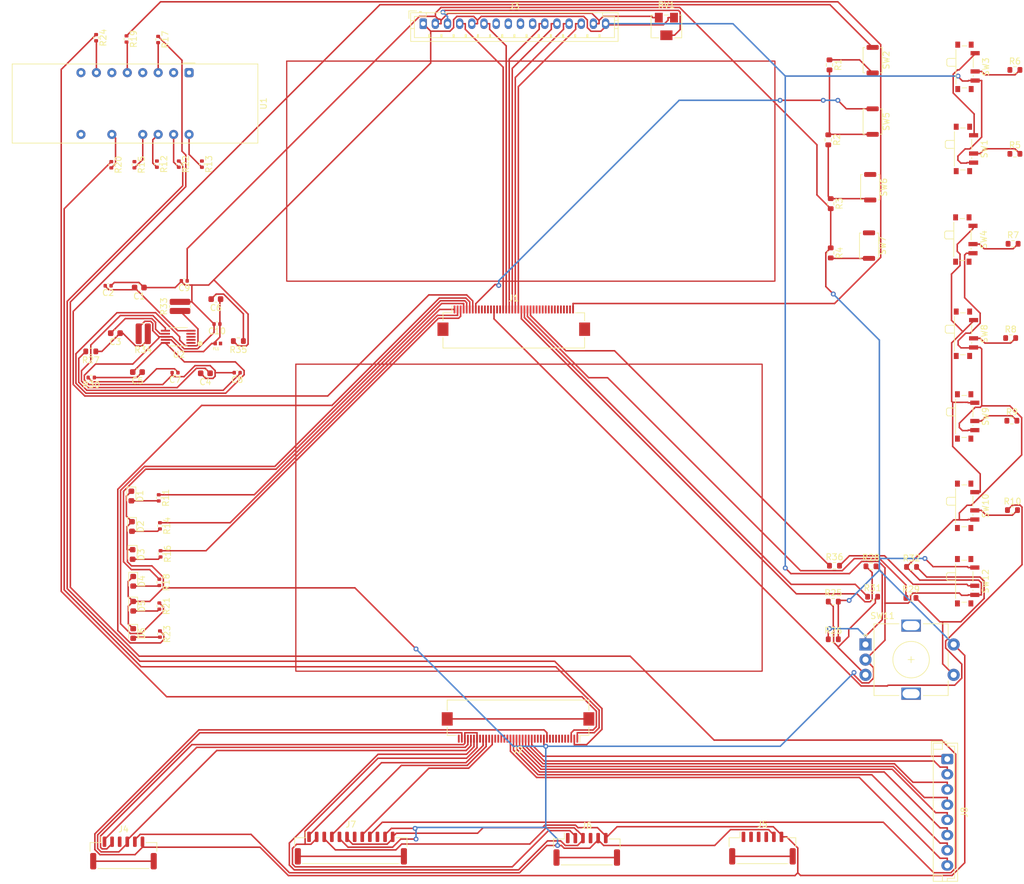
<source format=kicad_pcb>
(kicad_pcb (version 20211014) (generator pcbnew)
  (layers (0 "F.Cu" signal) (31 "B.Cu" power) (34 "B.Paste" user) (35 "F.Paste" user) (36 "B.SilkS" user "B.Silkscreen") (37 "F.SilkS" user "F.Silkscreen") (38 "B.Mask" user) (39 "F.Mask" user) (44 "Edge.Cuts" user))
  (net 0 "")
  (net 1 "GND")
  (net 2 "Net-(C1-Pad2)")
  (net 3 "Net-(C3-Pad1)")
  (net 4 "Net-(C3-Pad2)")
  (net 5 "Net-(C4-Pad1)")
  (net 6 "Net-(C5-Pad1)")
  (net 7 "Net-(C5-Pad2)")
  (net 8 "Net-(C10-Pad1)")
  (net 9 "Net-(C6-Pad2)")
  (net 10 "/AOUTR")
  (net 11 "/AOUTL")
  (net 12 "+3V3")
  (net 13 "Net-(D1-Pad2)")
  (net 14 "Net-(D2-Pad2)")
  (net 15 "Net-(D3-Pad2)")
  (net 16 "Net-(D4-Pad2)")
  (net 17 "Net-(D5-Pad2)")
  (net 18 "Net-(D6-Pad2)")
  (net 19 "/R_LED_1")
  (net 20 "/R_LED_2")
  (net 21 "/G_LED_1")
  (net 22 "/G_LED_2")
  (net 23 "/B_LED_1")
  (net 24 "/B_LED_2")
  (net 25 "/PUSH_1")
  (net 26 "/PUSH_2")
  (net 27 "/PUSH_3")
  (net 28 "/PUSH_4")
  (net 29 "/SPDT_1")
  (net 30 "/SPDT_2")
  (net 31 "/SPDT_3")
  (net 32 "/SPDT_4")
  (net 33 "/SPDT_5")
  (net 34 "/SPDT_6")
  (net 35 "/RS")
  (net 36 "/E")
  (net 37 "/DB4")
  (net 38 "/DB5")
  (net 39 "/DB6")
  (net 40 "/DB7")
  (net 41 "/A")
  (net 42 "/B")
  (net 43 "/BTN")
  (net 44 "/SWT")
  (net 45 "/ADOUT MCLK")
  (net 46 "/ADOUT LRCK")
  (net 47 "/ADOUT SCLK")
  (net 48 "/ADOUT SDIN")
  (net 49 "/CA1")
  (net 50 "/CA2")
  (net 51 "/CA3")
  (net 52 "/CA4")
  (net 53 "/CAL")
  (net 54 "/KA")
  (net 55 "/CB")
  (net 56 "/CC")
  (net 57 "/CD")
  (net 58 "/CE")
  (net 60 "/CF")
  (net 61 "/CG")
  (net 62 "/DP")
  (net 63 "/RTS")
  (net 64 "/RXD")
  (net 65 "/TXD")
  (net 66 "/CTS")
  (net 73 "/Y4")
  (net 74 "/Y3")
  (net 75 "/Y2")
  (net 76 "/Y1")
  (net 77 "/X4")
  (net 78 "/X3")
  (net 79 "/X2")
  (net 80 "/X1")
  (net 85 "/DAT1")
  (net 86 "/DAT2")
  (net 87 "/SCK")
  (net 88 "/CS3")
  (net 89 "/CS2")
  (net 90 "/MOSI")
  (net 91 "/MISO")
  (net 92 "/SCLK")
  (net 93 "/CS1")
  (net 95 "unconnected-(J2-PadMP)")
  (net 96 "Net-(J3-Pad3)")
  (net 102 "unconnected-(J4-PadMP)")
  (net 103 "unconnected-(J5-PadMP)")
  (net 104 "unconnected-(J6-PadMP)")
  (net 106 "unconnected-(J7-PadMP)")
  (net 107 "Net-(R1-Pad1)")
  (net 108 "Net-(R1-Pad2)")
  (net 109 "Net-(R2-Pad2)")
  (net 110 "Net-(R4-Pad2)")
  (net 111 "Net-(R5-Pad2)")
  (net 112 "Net-(R6-Pad2)")
  (net 113 "Net-(R7-Pad2)")
  (net 114 "Net-(R8-Pad2)")
  (net 115 "Net-(R9-Pad2)")
  (net 116 "Net-(R10-Pad2)")
  (net 117 "Net-(R12-Pad2)")
  (net 118 "Net-(R13-Pad2)")
  (net 119 "Net-(R15-Pad2)")
  (net 120 "Net-(R17-Pad2)")
  (net 121 "Net-(R19-Pad2)")
  (net 122 "Net-(R20-Pad2)")
  (net 123 "Net-(R22-Pad2)")
  (net 124 "Net-(R24-Pad2)")
  (net 125 "Net-(R25-Pad1)")
  (net 126 "Net-(R26-Pad1)")
  (net 127 "Net-(R29-Pad2)")
  (net 128 "Net-(R36-Pad2)")
  (net 129 "Net-(SW1-Pad1)")
  (footprint "Button_Switch_SMD:SW_Push_SPST_NO_Alps_SKRK" (layer "F.Cu") (at 187.025 43.6 -90)
    (fp_text reference "SW6")
    (fp_text value "SW_Push")
  )
  (footprint "Resistor_SMD:R_0402_1005Metric" (layer "F.Cu") (at 70 94.69 -90)
    (fp_text reference "R11")
    (fp_text value "135")
  )
  (footprint "Resistor_SMD:R_0612_1632Metric" (layer "F.Cu") (at 73.5 63.2 90)
    (fp_text reference "R33")
    (fp_text value "10k")
  )
  (footprint "Connector_JST:JST_EH_B8B-EH-A_1x08_P2.50mm_Vertical" (layer "F.Cu") (at 199.7 137.65 -90)
    (fp_text reference "J8")
    (fp_text value "Conn_01x08_Female")
  )
  (footprint "Resistor_SMD:R_0603_1608Metric" (layer "F.Cu") (at 210.125 68.4)
    (fp_text reference "R8")
    (fp_text value "10k")
  )
  (footprint "Capacitor_SMD:C_0603_1608Metric" (layer "F.Cu") (at 66.5 74 180)
    (fp_text reference "C5")
    (fp_text value "3.3uF")
  )
  (footprint "Resistor_SMD:R_0402_1005Metric" (layer "F.Cu") (at 70.1 112.49 -90)
    (fp_text reference "R21")
    (fp_text value "30")
  )
  (footprint "Resistor_SMD:R_0603_1608Metric" (layer "F.Cu") (at 180.525 46.3 -90)
    (fp_text reference "R3")
    (fp_text value "10k")
  )
  (footprint "Resistor_SMD:R_0402_1005Metric" (layer "F.Cu") (at 66 39.9 -90)
    (fp_text reference "R15")
    (fp_text value "120")
  )
  (footprint "Connector_JST:JST_GH_SM06B-GHS-TB_1x06-1MP_P1.25mm_Horizontal" (layer "F.Cu") (at 169.3 152.3)
    (fp_text reference "J5")
    (fp_text value "Conn_01x06_MountingPin")
  )
  (footprint "LED_SMD:LED_0603_1608Metric" (layer "F.Cu") (at 65.8 117 -90)
    (fp_text reference "D6")
    (fp_text value "LED")
  )
  (footprint "Resistor_SMD:R_0603_1608Metric" (layer "F.Cu") (at 187.425 110.95)
    (fp_text reference "R31")
    (fp_text value "4.7k")
  )
  (footprint "Resistor_SMD:R_0402_1005Metric" (layer "F.Cu") (at 70.1 108.59 -90)
    (fp_text reference "R18")
    (fp_text value "80")
  )
  (footprint "Connector_FFC-FPC:Hirose_FH12-40S-0.5SH_1x40-1MP_P0.50mm_Horizontal" (layer "F.Cu") (at 129.1 132.45 180)
    (fp_text reference "J2")
    (fp_text value "Conn_01x40_MountingPin")
  )
  (footprint "Resistor_SMD:R_0603_1608Metric" (layer "F.Cu") (at 210.325 82)
    (fp_text reference "R9")
    (fp_text value "10k")
  )
  (footprint "LED_SMD:LED_0603_1608Metric" (layer "F.Cu") (at 65.8 108.4125 -90)
    (fp_text reference "D4")
    (fp_text value "LED")
  )
  (footprint "Resistor_SMD:R_0603_1608Metric" (layer "F.Cu") (at 58.825 70.6 180)
    (fp_text reference "R27")
    (fp_text value "470R")
  )
  (footprint "Button_Switch_SMD:SW_SPDT_PCM12" (layer "F.Cu") (at 202.5 52.2 -90)
    (fp_text reference "SW4")
    (fp_text value "SW_SPDT")
  )
  (footprint "Resistor_SMD:R_0612_1632Metric" (layer "F.Cu") (at 67.45 67.7 180)
    (fp_text reference "R34")
    (fp_text value "10k")
  )
  (footprint "Resistor_SMD:R_0603_1608Metric" (layer "F.Cu") (at 180.125 35.8 -90)
    (fp_text reference "R2")
    (fp_text value "10k")
  )
  (footprint "Connector_JST:JST_GH_SM12B-GHS-TB_1x12-1MP_P1.25mm_Horizontal" (layer "F.Cu") (at 101.6 152.3)
    (fp_text reference "J7")
    (fp_text value "Conn_01x12_MountingPin")
  )
  (footprint "Resistor_SMD:R_0402_1005Metric" (layer "F.Cu") (at 70.2 99.29 -90)
    (fp_text reference "R14")
    (fp_text value "135")
  )
  (footprint "Resistor_SMD:R_0402_1005Metric" (layer "F.Cu") (at 62.2 39.9 -90)
    (fp_text reference "R20")
    (fp_text value "120")
  )
  (footprint "Resistor_SMD:R_0402_1005Metric" (layer "F.Cu") (at 70.2 117.09 -90)
    (fp_text reference "R23")
    (fp_text value "30")
  )
  (footprint "Resistor_SMD:R_0603_1608Metric" (layer "F.Cu") (at 210.825 24.3)
    (fp_text reference "R6")
    (fp_text value "10k")
  )
  (footprint "Capacitor_SMD:C_0603_1608Metric" (layer "F.Cu") (at 66.8 60.1 180)
    (fp_text reference "C1")
    (fp_text value "10uF")
  )
  (footprint "Resistor_SMD:R_0402_1005Metric" (layer "F.Cu") (at 73.3 39.8 -90)
    (fp_text reference "R22")
    (fp_text value "120")
  )
  (footprint "Button_Switch_SMD:SW_SPDT_PCM12" (layer "F.Cu") (at 202.6 37.3 -90)
    (fp_text reference "SW1")
    (fp_text value "SW_SPDT")
  )
  (footprint "Button_Switch_SMD:SW_SPDT_PCM12" (layer "F.Cu") (at 202.8 81.3 -90)
    (fp_text reference "SW9")
    (fp_text value "SW_SPDT")
  )
  (footprint "Resistor_SMD:R_0603_1608Metric" (layer "F.Cu") (at 193.725 111.15)
    (fp_text reference "R29")
    (fp_text value "4.7k")
  )
  (footprint "Resistor_SMD:R_0603_1608Metric" (layer "F.Cu") (at 210.825 38.1)
    (fp_text reference "R5")
    (fp_text value "10k")
  )
  (footprint "Resistor_SMD:R_0603_1608Metric" (layer "F.Cu") (at 180.95 117.95)
    (fp_text reference "R26")
    (fp_text value "4.7k")
  )
  (footprint "Capacitor_SMD:C_0603_1608Metric" (layer "F.Cu") (at 62.875 67.6 180)
    (fp_text reference "C3")
    (fp_text value "3.3uF")
  )
  (footprint "Connector_FFC-FPC:Hirose_FH12-40S-0.5SH_1x40-1MP_P0.50mm_Horizontal" (layer "F.Cu") (at 128.4 65.55)
    (fp_text reference "J1")
    (fp_text value "Conn_01x40_MountingPin")
  )
  (footprint "Button_Switch_SMD:SW_SPDT_PCM12" (layer "F.Cu") (at 202.85 23.8 -90)
    (fp_text reference "SW3")
    (fp_text value "SW_SPDT")
  )
  (footprint "Resistor_SMD:R_0603_1608Metric" (layer "F.Cu") (at 180.325 23.475 -90)
    (fp_text reference "R1")
    (fp_text value "10k")
  )
  (footprint "Resistor_SMD:R_0402_1005Metric" (layer "F.Cu") (at 64.7 19.21 -90)
    (fp_text reference "R19")
    (fp_text value "120")
  )
  (footprint "Capacitor_SMD:C_0402_1005Metric" (layer "F.Cu") (at 72.68 74.1 180)
    (fp_text reference "C7")
    (fp_text value "2.7nF")
  )
  (footprint "Rotary_Encoder:RotaryEncoder_Alps_EC11E-Switch_Vertical_H20mm" (layer "F.Cu") (at 186.25 118.8)
    (fp_text reference "SW11")
    (fp_text value "RotaryEncoder_Switch")
  )
  (footprint "Resistor_SMD:R_0402_1005Metric" (layer "F.Cu") (at 58.9 74.9 180)
    (fp_text reference "R30")
    (fp_text value "470R")
  )
  (footprint "Button_Switch_SMD:SW_SPDT_PCM12" (layer "F.Cu") (at 202.6 67.7 -90)
    (fp_text reference "SW8")
    (fp_text value "SW_SPDT")
  )
  (footprint "Capacitor_SMD:C_0402_1005Metric" (layer "F.Cu") (at 79.58 66.1 180)
    (fp_text reference "C10")
    (fp_text value "100nF")
  )
  (footprint "Resistor_SMD:R_0603_1608Metric" (layer "F.Cu") (at 83.1 68.9 180)
    (fp_text reference "R35")
    (fp_text value "10k")
  )
  (footprint "Connector_JST:JST_GH_SM06B-GHS-TB_1x06-1MP_P1.25mm_Horizontal" (layer "F.Cu") (at 64.2 153.1)
    (fp_text reference "J4")
    (fp_text value "Conn_01x06_MountingPin")
  )
  (footprint "Resistor_SMD:R_0402_1005Metric" (layer "F.Cu") (at 77.1 39.8 -90)
    (fp_text reference "R13")
    (fp_text value "120")
  )
  (footprint "Resistor_SMD:R_0402_1005Metric" (layer "F.Cu") (at 59.7 19 -90)
    (fp_text reference "R24")
    (fp_text value "120")
  )
  (footprint "LED_SMD:LED_0603_1608Metric" (layer "F.Cu") (at 65.5 94.3875 -90)
    (fp_text reference "D1")
    (fp_text value "LED")
  )
  (footprint "Capacitor_SMD:C_0603_1608Metric" (layer "F.Cu") (at 79.4 62 180)
    (fp_text reference "C6")
    (fp_text value "4.7uF")
  )
  (footprint "Button_Switch_SMD:SW_Push_SPST_NO_Alps_SKRK" (layer "F.Cu") (at 187.425 22.7 -90)
    (fp_text reference "SW2")
    (fp_text value "SW_Push")
  )
  (footprint "Capacitor_SMD:C_0603_1608Metric" (layer "F.Cu") (at 77.675 74.2 180)
    (fp_text reference "C4")
    (fp_text value "10uF")
  )
  (footprint "Resistor_SMD:R_0603_1608Metric" (layer "F.Cu") (at 180.525 54.4 -90)
    (fp_text reference "R4")
    (fp_text value "10k")
  )
  (footprint "Additional Footprints and Symbols:SOP50P490X110-10N" (layer "F.Cu") (at 73.2 68.2 180)
    (fp_text reference "U2")
    (fp_text value "CS4344-CZZ")
  )
  (footprint "Resistor_SMD:R_0603_1608Metric" (layer "F.Cu") (at 210.425 96.7)
    (fp_text reference "R10")
    (fp_text value "10k")
  )
  (footprint "Potentiometer_SMD:Potentiometer_Bourns_3224W_Vertical" (layer "F.Cu") (at 153.5 17.15)
    (fp_text reference "RV1")
    (fp_text value "R_Potentiometer")
  )
  (footprint "Connector_JST:JST_GH_SM06B-GHS-TB_1x06-1MP_P1.25mm_Horizontal" (layer "F.Cu") (at 140.4 152.5)
    (fp_text reference "J6")
    (fp_text value "Conn_01x06_MountingPin")
  )
  (footprint "Resistor_SMD:R_0603_1608Metric" (layer "F.Cu") (at 180.95 111.75)
    (fp_text reference "R25")
    (fp_text value "4.7k")
  )
  (footprint "Button_Switch_SMD:SW_SPDT_PCM12" (layer "F.Cu") (at 202.8 96 -90)
    (fp_text reference "SW10")
    (fp_text value "SW_SPDT")
  )
  (footprint "Resistor_SMD:R_0402_1005Metric" (layer "F.Cu") (at 69.7 39.8 -90)
    (fp_text reference "R12")
    (fp_text value "120")
  )
  (footprint "Button_Switch_SMD:SW_SPDT_PCM12" (layer "F.Cu") (at 202.8 108.4 -90)
    (fp_text reference "SW12")
    (fp_text value "SW_SPDT")
  )
  (footprint "Resistor_SMD:R_0603_1608Metric" (layer "F.Cu") (at 181.15 105.85)
    (fp_text reference "R36")
    (fp_text value "4.7k")
  )
  (footprint "Capacitor_SMD:C_0402_1005Metric" (layer "F.Cu") (at 82.9 74.1 180)
    (fp_text reference "C8")
    (fp_text value "2.7nF")
  )
  (footprint "Button_Switch_SMD:SW_Push_SPST_NO_Alps_SKRK" (layer "F.Cu") (at 187.425 32.8 -90)
    (fp_text reference "SW5")
    (fp_text value "SW_Push")
  )
  (footprint "Connector_JST:JST_PH_B16B-PH-K_1x16_P2.00mm_Vertical" (layer "F.Cu") (at 113.5 16.7)
    (fp_text reference "J3")
    (fp_text value "Conn_01x16_Male")
  )
  (footprint "LED_SMD:LED_0603_1608Metric" (layer "F.Cu") (at 65.8 112.5125 -90)
    (fp_text reference "D5")
    (fp_text value "LED")
  )
  (footprint "Additional Footprints and Symbols:BEADC1005X55N" (layer "F.Cu") (at 79.732 69.3 180)
    (fp_text reference "FL1")
    (fp_text value "600")
  )
  (footprint "Button_Switch_SMD:SW_Push_SPST_NO_Alps_SKRK" (layer "F.Cu") (at 186.825 53.2 -90)
    (fp_text reference "SW7")
    (fp_text value "SW_Push")
  )
  (footprint "Resistor_SMD:R_0603_1608Metric" (layer "F.Cu") (at 210.525 52.9)
    (fp_text reference "R7")
    (fp_text value "10k")
  )
  (footprint "LED_SMD:LED_0603_1608Metric" (layer "F.Cu") (at 65.6 99.4 -90)
    (fp_text reference "D2")
    (fp_text value "LED")
  )
  (footprint "Capacitor_SMD:C_0402_1005Metric" (layer "F.Cu") (at 61.68 59.8 180)
    (fp_text reference "C2")
    (fp_text value "100nF")
  )
  (footprint "Resistor_SMD:R_0603_1608Metric" (layer "F.Cu") (at 187.15 105.95)
    (fp_text reference "R28")
    (fp_text value "4.7k")
  )
  (footprint "Resistor_SMD:R_0603_1608Metric" (layer "F.Cu") (at 193.825 106.05)
    (fp_text reference "R32")
    (fp_text value "4.7k")
  )
  (footprint "Resistor_SMD:R_0402_1005Metric" (layer "F.Cu") (at 70.3 103.9 -90)
    (fp_text reference "R16")
    (fp_text value "80")
  )
  (footprint "LED_SMD:LED_0603_1608Metric" (layer "F.Cu") (at 65.7 104 -90)
    (fp_text reference "D3")
    (fp_text value "LED")
  )
  (footprint "Resistor_SMD:R_0402_1005Metric" (layer "F.Cu") (at 69.9 19.3 -90)
    (fp_text reference "R17")
    (fp_text value "120")
  )
  (footprint "Display_7Segment:LTC-4627Jx" (layer "F.Cu") (at 74.99 24.7525 -90)
    (fp_text reference "U1")
    (fp_text value "LTC-4627JD")
  )
  (footprint "Capacitor_SMD:C_0402_1005Metric" (layer "F.Cu") (at 74.2 59 180)
    (fp_text reference "C9")
    (fp_text value "100nF")
  )
  (gr_rect (start 91.05 22.85) (end 171.35 59.05) (layer "F.Cu") (width 0.2) (fill none))
  (gr_rect (start 92.55 72.7) (end 169.25 123.2) (layer "F.Cu") (width 0.2) (fill none))
  (segment (start 114.7295 23.1705) (end 79.0674 58.8326) (width 0.25) (layer "F.Cu") (net 1))
  (segment (start 58.5236 76.0523) (end 70.6583 76.0523) (width 0.25) (layer "F.Cu") (net 1))
  (segment (start 201.4822 68.8494) (end 202.7328 67.5988) (width 0.25) (layer "F.Cu") (net 1))
  (segment (start 83.0894 69.7144) (end 82.275 68.9) (width 0.25) (layer "F.Cu") (net 1))
  (segment (start 195.1676 108.2176) (end 204.8597 108.2176) (width 0.25) (layer "F.Cu") (net 1))
  (segment (start 84.3947 69.7144) (end 83.0894 69.7144) (width 0.25) (layer "F.Cu") (net 1))
  (segment (start 204.23 110.65) (end 205.3053 110.65) (width 0.25) (layer "F.Cu") (net 1))
  (segment (start 205.3612 79.559) (end 205.3612 70.2059) (width 0.25) (layer "F.Cu") (net 1))
  (segment (start 139.8988 15.4996) (end 123.0474 15.4996) (width 0.25) (layer "F.Cu") (net 1))
  (segment (start 79.2724 73.7546) (end 78.4557 72.9379) (width 0.25) (layer "F.Cu") (net 1))
  (segment (start 201.4624 25.3956) (end 202.19 26.1232) (width 0.25) (layer "F.Cu") (net 1))
  (segment (start 64.856 103.2125) (end 65.7 103.2125) (width 0.25) (layer "F.Cu") (net 1))
  (segment (start 203.0815 83.6232) (end 202.1921 83.6232) (width 0.25) (layer "F.Cu") (net 1))
  (segment (start 75.45 62.45) (end 79.1 66.1) (width 0.25) (layer "F.Cu") (net 1))
  (segment (start 184.3548 123.4153) (end 184.3547 123.4153) (width 0.25) (layer "F.Cu") (net 1))
  (segment (start 203.1547 98.25) (end 203.0944 98.3103) (width 0.25) (layer "F.Cu") (net 1))
  (segment (start 201.6882 98.3103) (end 201.6882 97.1811) (width 0.25) (layer "F.Cu") (net 1))
  (segment (start 202.9547 39.55) (end 202.8797 39.625) (width 0.25) (layer "F.Cu") (net 1))
  (segment (start 82.42 74.1) (end 79.2724 74.1) (width 0.25) (layer "F.Cu") (net 1))
  (segment (start 194.0774 110.3479) (end 201.6819 110.3479) (width 0.25) (layer "F.Cu") (net 1))
  (segment (start 133.35 134.3) (end 133.35 135.2753) (width 0.25) (layer "F.Cu") (net 1))
  (segment (start 201.4624 25.3129) (end 201.4624 25.3956) (width 0.25) (layer "F.Cu") (net 1))
  (segment (start 64.788 103.1445) (end 64.788 99.4245) (width 0.25) (layer "F.Cu") (net 1))
  (segment (start 70.035 68.2) (end 70.035 68.3801) (width 0.25) (layer "F.Cu") (net 1))
  (segment (start 203.0815 110.7232) (end 203.1547 110.65) (width 0.25) (layer "F.Cu") (net 1))
  (segment (start 185.6079 105.1474) (end 188.3961 105.1474) (width 0.25) (layer "F.Cu") (net 1))
  (segment (start 84.6959 69.4132) (end 84.3947 69.7144) (width 0.25) (layer "F.Cu") (net 1))
  (segment (start 70.6583 76.0523) (end 72.2 74.5106) (width 0.25) (layer "F.Cu") (net 1))
  (segment (start 205.3553 35.3491) (end 205.3553 26.05) (width 0.25) (layer "F.Cu") (net 1))
  (segment (start 70.758 109.4934) (end 70.758 107.7548) (width 0.25) (layer "F.Cu") (net 1))
  (segment (start 70.035 68.2) (end 71.095 68.2) (width 0.25) (layer "F.Cu") (net 1))
  (segment (start 74.3214 59.6875) (end 73.72 59.0861) (width 0.25) (layer "F.Cu") (net 1))
  (segment (start 76.3887 70.1777) (end 79.1 67.4664) (width 0.25) (layer "F.Cu") (net 1))
  (segment (start 136.2372 151.867) (end 136.6875 152.3173) (width 0.25) (layer "F.Cu") (net 1))
  (segment (start 204.4551 69.95) (end 205.1053 69.95) (width 0.25) (layer "F.Cu") (net 1))
  (segment (start 205.1054 64.3114) (end 202.5546 61.7606) (width 0.25) (layer "F.Cu") (net 1))
  (segment (start 202.8797 39.625) (end 201.9306 39.625) (width 0.25) (layer "F.Cu") (net 1))
  (segment (start 66.951 150.0344) (end 85.1829 150.0344) (width 0.25) (layer "F.Cu") (net 1))
  (segment (start 78.2125 59.6875) (end 75.45 59.6875) (width 0.25) (layer "F.Cu") (net 1))
  (segment (start 68.5264 111.725) (end 70.758 109.4934) (width 0.25) (layer "F.Cu") (net 1))
  (segment (start 72.7061 60.1) (end 67.575 60.1) (width 0.25) (layer "F.Cu") (net 1))
  (segment (start 114.7295 17.9295) (end 113.5 16.7) (width 0.25) (layer "F.Cu") (net 1))
  (segment (start 211.9354 87.6299) (end 211.9354 81.4948) (width 0.25) (layer "F.Cu") (net 1))
  (segment (start 188.3961 105.1474) (end 189.4522 106.2035) (width 0.25) (layer "F.Cu") (net 1))
  (segment (start 171.175 150.45) (end 171.175 150.1231) (width 0.25) (layer "F.Cu") (net 1))
  (segment (start 141.098 17.9431) (end 140.5 17.3451) (width 0.25) (layer "F.Cu") (net 1))
  (segment (start 204.23 98.25) (end 203.1547 98.25) (width 0.25) (layer "F.Cu") (net 1))
  (segment (start 66.075 150.9104) (end 66.951 150.0344) (width 0.25) (layer "F.Cu") (net 1))
  (segment (start 79.2724 74.1) (end 79.2724 73.7546) (width 0.25) (layer "F.Cu") (net 1))
  (segment (start 65.8 116.2125) (end 64.9988 115.4113) (width 0.25) (layer "F.Cu") (net 1))
  (segment (start 133.3849 135.2753) (end 133.6609 135.5513) (width 0.25) (layer "F.Cu") (net 1))
  (segment (start 68.8817 105.8785) (end 65.5227 105.8785) (width 0.25) (layer "F.Cu") (net 1))
  (segment (start 153.0155 16.881) (end 153.7747 16.1218) (width 0.25) (layer "F.Cu") (net 1))
  (segment (start 65.5227 105.8785) (end 64.856 105.2118) (width 0.25) (layer "F.Cu") (net 1))
  (segment (start 204.8597 108.2176) (end 205.3053 108.6632) (width 0.25) (layer "F.Cu") (net 1))
  (segment (start 91.4998 156.3513) (end 129.3444 156.3513) (width 0.25) (layer "F.Cu") (net 1))
  (segment (start 135.5963 151.867) (end 136.2372 151.867) (width 0.25) (layer "F.Cu") (net 1))
  (segment (start 67.575 60.1) (end 66.7367 59.2617) (width 0.25) (layer "F.Cu") (net 1))
  (segment (start 202.0572 110.7232) (end 203.0815 110.7232) (width 0.25) (layer "F.Cu") (net 1))
  (segment (start 79.2724 74.689) (end 78.9191 75.0423) (width 0.25) (layer "F.Cu") (net 1))
  (segment (start 117.9087 17.9295) (end 114.7295 17.9295) (width 0.25) (layer "F.Cu") (net 1))
  (segment (start 201.4494 38.4822) (end 202.6328 37.2988) (width 0.25) (layer "F.Cu") (net 1))
  (segment (start 202.5546 61.7606) (end 202.5546 54.7501) (width 0.25) (layer "F.Cu") (net 1))
  (segment (start 154.75 15.7) (end 153.7747 15.7) (width 0.25) (layer "F.Cu") (net 1))
  (segment (start 173.9779 107.1486) (end 183.6067 107.1486) (width 0.25) (layer "F.Cu") (net 1))
  (segment (start 75.9753 72.9379) (end 74.1595 74.7537) (width 0.25) (layer "F.Cu") (net 1))
  (segment (start 153.7747 16.1218) (end 153.7747 15.7) (width 0.25) (layer "F.Cu") (net 1))
  (segment (start 72.1981 68.2) (end 74.1758 70.1777) (width 0.25) (layer "F.Cu") (net 1))
  (segment (start 79.0674 58.8326) (end 84.6959 64.4611) (width 0.25) (layer "F.Cu") (net 1))
  (segment (start 57.7665 75.2952) (end 58.5236 76.0523) (width 0.25) (layer "F.Cu") (net 1))
  (segment (start 65.7358 72.6793) (end 59.6162 72.6793) (width 0.25) (layer "F.Cu") (net 1))
  (segment (start 75.45 59.6875) (end 74.3214 59.6875) (width 0.25) (layer "F.Cu") (net 1))
  (segment (start 73.5 62.45) (end 75.45 62.45) (width 0.25) (layer "F.Cu") (net 1))
  (segment (start 70.035 68.3801) (end 65.7358 72.6793) (width 0.25) (layer "F.Cu") (net 1))
  (segment (start 203.9551 39.55) (end 202.9547 39.55) (width 0.25) (layer "F.Cu") (net 1))
  (segment (start 67.7113 65.6494) (end 68.6676 65.6494) (width 0.25) (layer "F.Cu") (net 1))
  (segment (start 64.856 105.2118) (end 64.856 103.2125) (width 0.25) (layer "F.Cu") (net 1))
  (segment (start 183.6067 107.1486) (end 185.6079 105.1474) (width 0.25) (layer "F.Cu") (net 1))
  (segment (start 202.9705 95.8988) (end 203.6665 95.8988) (width 0.25) (layer "F.Cu") (net 1))
  (segment (start 69.0263 67.1913) (end 70.035 68.2) (width 0.25) (layer "F.Cu") (net 1))
  (segment (start 205.3612 70.2059) (end 205.1053 69.95) (width 0.25) (layer "F.Cu") (net 1))
  (segment (start 59.6162 72.6793) (end 57.7665 74.529) (width 0.25) (layer "F.Cu") (net 1))
  (segment (start 102.2701 109.4934) (end 70.758 109.4934) (width 0.25) (layer "F.Cu") (net 1))
  (segment (start 201.6876 83.1187) (end 201.6876 82.4137) (width 0.25) (layer "F.Cu") (net 1))
  (segment (start 204.28 26.05) (end 203.2047 26.05) (width 0.25) (layer "F.Cu") (net 1))
  (segment (start 143.9627 16.7) (end 142.7196 17.9431) (width 0.25) (layer "F.Cu") (net 1))
  (segment (start 112.3168 150.8128) (end 109.8073 150.8128) (width 0.25) (layer "F.Cu") (net 1))
  (segment (start 99.725 150.7372) (end 99.725 150.45) (width 0.25) (layer "F.Cu") (net 1))
  (segment (start 119.0376 15.4996) (end 118.5 16.0372) (width 0.25) (layer "F.Cu") (net 1))
  (segment (start 202.6328 37.2988) (end 203.4056 37.2988) (width 0.25) (layer "F.Cu") (net 1))
  (segment (start 203.93 54.45) (end 202.8547 54.45) (width 0.25) (layer "F.Cu") (net 1))
  (segment (start 161.45 151.8613) (end 143.1834 151.8613) (width 0.25) (layer "F.Cu") (net 1))
  (segment (start 136.6875 152.3173) (end 140.9106 152.3173) (width 0.25) (layer "F.Cu") (net 1))
  (segment (start 170.3087 149.2568) (end 164.0545 149.2568) (width 0.25) (layer "F.Cu") (net 1))
  (segment (start 66.7367 59.2617) (end 62.6983 59.2617) (width 0.25) (layer "F.Cu") (net 1))
  (segment (start 65.8 107.625) (end 64.9744 108.4506) (width 0.25) (layer "F.Cu") (net 1))
  (segment (start 77.7423 75.0423) (end 76.9 74.2) (width 0.25) (layer "F.Cu") (net 1))
  (segment (start 66.075 151.25) (end 66.075 150.9104) (width 0.25) (layer "F.Cu") (net 1))
  (segment (start 142.275 150.65) (end 142.275 150.9529) (width 0.25) (layer "F.Cu") (net 1))
  (segment (start 140.5 17.3451) (end 140.5 16.1008) (width 0.25) (layer "F.Cu") (net 1))
  (segment (start 201.6882 98.3103) (end 200.7397 98.3103) (width 0.25) (layer "F.Cu") (net 1))
  (segment (start 64.688 97.7005) (end 64.688 94.412) (width 0.25) (layer "F.Cu") (net 1))
  (segment (start 122.4253 16.1217) (end 122.4253 16.7) (width 0.25) (layer "F.Cu") (net 1))
  (segment (start 211.9354 81.4948) (end 209.9996 79.559) (width 0.25) (layer "F.Cu") (net 1))
  (segment (start 65.6 98.6125) (end 64.688 97.7005) (width 0.25) (layer "F.Cu") (net 1))
  (segment (start 64.788 99.4245) (end 65.6 98.6125) (width 0.25) (layer "F.Cu") (net 1))
  (segment (start 84.6959 64.4611) (end 84.6959 69.4132) (width 0.25) (layer "F.Cu") (net 1))
  (segment (start 73.72 59.0861) (end 72.7061 60.1) (width 0.25) (layer "F.Cu") (net 1))
  (segment (start 66.7 67.7) (end 66.7 66.6607) (width 0.25) (layer "F.Cu") (net 1))
  (segment (start 193 106.05) (end 195.1676 108.2176) (width 0.25) (layer "F.Cu") (net 1))
  (segment (start 204.1551 83.55) (end 203.1547 83.55) (width 0.25) (layer "F.Cu") (net 1))
  (segment (start 70.758 107.7548) (end 68.8817 105.8785) (width 0.25) (layer "F.Cu") (net 1))
  (segment (start 201.4494 39.1438) (end 201.4494 38.4822) (width 0.25) (layer "F.Cu") (net 1))
  (segment (start 57.7665 74.529) (end 57.7665 75.2952) (width 0.25) (layer "F.Cu") (net 1))
  (segment (start 78.4557 72.9379) (end 75.9753 72.9379) (width 0.25) (layer "F.Cu") (net 1))
  (segment (start 186.25 121.3) (end 189.4522 118.0978) (width 0.25) (layer "F.Cu") (net 1))
  (segment (start 201.6819 110.3479) (end 202.0572 110.7232) (width 0.25) (layer "F.Cu") (net 1))
  (segment (start 65.8 111.725) (end 68.5264 111.725) (width 0.25) (layer "F.Cu") (net 1))
  (segment (start 201.4822 69.5474) (end 201.4822 68.8494) (width 0.25) (layer "F.Cu") (net 1))
  (segment (start 64.9988 112.5262) (end 65.8 111.725) (width 0.25) (layer "F.Cu") (net 1))
  (segment (start 68.6676 65.6494) (end 69.0263 66.0081) (width 0.25) (layer "F.Cu") (net 1))
  (segment (start 101.132 152.1442) (end 99.725 150.7372) (width 0.25) (layer "F.Cu") (net 1))
  (segment (start 203.1315 26.1232) (end 203.2047 26.05) (width 0.25) (layer "F.Cu") (net 1))
  (segment (start 140.5 16.1008) (end 139.8988 15.4996) (width 0.25) (layer "F.Cu") (net 1))
  (segment (start 123.0474 15.4996) (end 122.4253 16.1217) (width 0.25) (layer "F.Cu") (net 1))
  (segment (start 184.3548 123.8122) (end 184.3548 123.4153) (width 0.25) (layer "F.Cu") (net 1))
  (segment (start 71.095 68.2) (end 72.1981 68.2) (width 0.25) (layer "F.Cu") (net 1))
  (segment (start 64.856 103.2125) (end 64.788 103.1445) (width 0.25) (layer "F.Cu") (net 1))
  (segment (start 74.1758 70.1777) (end 76.3887 70.1777) (width 0.25) (layer "F.Cu") (net 1))
  (segment (start 79.1 67.4664) (end 79.1 66.1) (width 0.25) (layer "F.Cu") (net 1))
  (segment (start 193.2735 112.005) (end 193.6594 111.6191) (width 0.25) (layer "F.Cu") (net 1))
  (segment (start 200.7397 98.3103) (end 193 106.05) (width 0.25) (layer "F.Cu") (net 1))
  (segment (start 189.4522 118.0978) (end 189.4522 112.005) (width 0.25) (layer "F.Cu") (net 1))
  (segment (start 64.9988 115.4113) (end 64.9988 112.5262) (width 0.25) (layer "F.Cu") (net 1))
  (segment (start 109.8073 150.8128) (end 108.4759 152.1442) (width 0.25) (layer "F.Cu") (net 1))
  (segment (start 64.9744 110.8994) (end 65.8 111.725) (width 0.25) (layer "F.Cu") (net 1))
  (segment (start 85.1829 150.0344) (end 91.4998 156.3513) (width 0.25) (layer "F.Cu") (net 1))
  (segment (start 204.23 110.65) (end 203.1547 110.65) (width 0.25) (layer "F.Cu") (net 1))
  (segment (start 118.5 17.3382) (end 117.9087 17.9295) (width 0.25) (layer "F.Cu") (net 1))
  (segment (start 129.3444 156.3513) (end 133.8287 151.867) (width 0.25) (layer "F.Cu") (net 1))
  (segment (start 203.9551 39.55) (end 204.03 39.55) (width 0.25) (layer "F.Cu") (net 1))
  (segment (start 203.6665 95.8988) (end 211.9354 87.6299) (width 0.25) (layer "F.Cu") (net 1))
  (segment (start 64.9744 108.4506) (end 64.9744 110.8994) (width 0.25) (layer "F.Cu") (net 1))
  (segment (start 202.1921 83.6232) (end 201.6876 83.1187) (width 0.25) (layer "F.Cu") (net 1))
  (segment (start 189.4522 112.005) (end 193.2735 112.005) (width 0.25) (layer "F.Cu") (net 1))
  (segment (start 189.4522 106.2035) (end 189.4522 112.005) (width 0.25) (layer "F.Cu") (net 1))
  (segment (start 121.5 16.7) (end 122.4253 16.7) (width 0.25) (layer "F.Cu") (net 1))
  (segment (start 205.1054 65.9677) (end 205.1054 64.3114) (width 0.25) (layer "F.Cu") (net 1))
  (segment (start 204.4551 69.95) (end 204.3827 70.0224) (width 0.25) (layer "F.Cu") (net 1))
  (segment (start 187.577 122.627) (end 187.577 124.3513) (width 0.25) (layer "F.Cu") (net 1))
  (segment (start 62.6983 59.2617) (end 62.16 59.8) (width 0.25) (layer "F.Cu") (net 1))
  (segment (start 133.35 135.2753) (end 133.3849 135.2753) (width 0.25) (layer "F.Cu") (net 1))
  (segment (start 203.4743 67.5988) (end 205.1054 65.9677) (width 0.25) (layer "F.Cu") (net 1))
  (segment (start 114.7295 17.9295) (end 114.7295 23.1705) (width 0.25) (layer "F.Cu") (net 1))
  (segment (start 79.0674 58.8326) (end 78.2125 59.6875) (width 0.25) (layer "F.Cu") (net 1))
  (segment (start 203.1547 83.55) (end 203.0815 83.6232) (width 0.25) (layer "F.Cu") (net 1))
  (segment (start 121.8032 15.4996) (end 119.0376 15.4996) (width 0.25) (layer "F.Cu") (net 1))
  (segment (start 204.3035 79.7978) (end 205.1224 79.7978) (width 0.25) (layer "F.Cu") (net 1))
  (segment (start 144.1437 16.881) (end 153.0155 16.881) (width 0.25) (layer "F.Cu") (net 1))
  (segment (start 185.6682 125.1256) (end 184.3548 123.8122) (width 0.25) (layer "F.Cu") (net 1))
  (segment (start 205.3053 108.6632) (end 205.3053 110.65) (width 0.25) (layer "F.Cu") (net 1))
  (segment (start 73.72 59.0861) (end 73.72 59) (width 0.25) (layer "F.Cu") (net 1))
  (segment (start 72.2 74.5106) (end 72.2 74.1) (width 0.25) (layer "F.Cu") (net 1))
  (segment (start 108.4759 152.1442) (end 101.132 152.1442) (width 0.25) (layer "F.Cu") (net 1))
  (segment (start 187.577 124.3513) (end 186.8027 125.1256) (width 0.25) (layer "F.Cu") (net 1))
  (segment (start 201.6882 97.1811) (end 202.9705 95.8988) (width 0.25) (layer "F.Cu") (net 1))
  (segment (start 205.1224 79.7978) (end 205.3612 79.559) (width 0.25) (layer "F.Cu") (net 1))
  (segment (start 64.688 94.412) (end 65.5 93.6) (width 0.25) (layer "F.Cu") (net 1))
  (segment (start 108.2603 149.052) (end 107.225 150.0873) (width 0.25) (layer "F.Cu") (net 1))
  (segment (start 164.0545 149.2568) (end 161.45 151.8613) (width 0.25) (layer "F.Cu") (net 1))
  (segment (start 140.9106 152.3173) (end 142.275 150.9529) (width 0.25) (layer "F.Cu") (net 1))
  (segment (start 173.053 106.2237) (end 173.9779 107.1486) (width 0.25) (layer "F.Cu") (net 1))
  (segment (start 118.5 16.0372) (end 118.5 17.3382) (width 0.25) (layer "F.Cu") (net 1))
  (segment (start 201.9306 39.625) (end 201.4494 39.1438) (width 0.25) (layer "F.Cu") (net 1))
  (segment (start 78.9191 75.0423) (end 77.7423 75.0423) (width 0.25) (layer "F.Cu") (net 1))
  (segment (start 202.5546 54.7501) (end 202.8547 54.45) (width 0.25) (layer "F.Cu") (net 1))
  (segment (start 133.8287 151.867) (end 135.5963 151.867) (width 0.25) (layer "F.Cu") (net 1))
  (segment (start 193.6594 110.7659) (end 194.0774 110.3479) (width 0.25) (layer "F.Cu") (net 1))
  (segment (start 202.19 26.1232) (end 203.1315 26.1232) (width 0.25) (layer "F.Cu") (net 1))
  (segment (start 204.3827 70.0224) (end 201.9572 70.0224) (width 0.25) (layer "F.Cu") (net 1))
  (segment (start 186.8027 125.1256) (end 185.6682 125.1256) (width 0.25) (layer "F.Cu") (net 1))
  (segment (start 203.4056 37.2988) (end 205.3553 35.3491) (width 0.25) (layer "F.Cu") (net 1))
  (segment (start 75.45 62.45) (end 75.45 59.6875) (width 0.25) (layer "F.Cu") (net 1))
  (segment (start 186.25 121.3) (end 187.577 122.627) (width 0.25) (layer "F.Cu") (net 1))
  (segment (start 201.6876 82.4137) (end 204.3035 79.7978) (width 0.25) (layer "F.Cu") (net 1))
  (segment (start 112.3168 119.5401) (end 102.2701 109.4934) (width 0.25) (layer "F.Cu") (net 1))
  (segment (start 143.9627 16.7) (end 144.1437 16.881) (width 0.25) (layer "F.Cu") (net 1))
  (segment (start 143.1834 151.8613) (end 142.275 150.9529) (width 0.25) (layer "F.Cu") (net 1))
  (segment (start 171.175 150.1231) (end 170.3087 149.2568) (width 0.25) (layer "F.Cu") (net 1))
  (segment (start 107.225 150.0873) (end 107.225 150.45) (width 0.25) (layer "F.Cu") (net 1))
  (segment (start 204.1551 83.55) (end 204.23 83.55) (width 0.25) (layer "F.Cu") (net 1))
  (segment (start 69.0263 66.0081) (end 69.0263 67.1913) (width 0.25) (layer "F.Cu") (net 1))
  (segment (start 203.0944 98.3103) (end 201.6882 98.3103) (width 0.25) (layer "F.Cu") (net 1))
  (segment (start 143.5 16.7) (end 143.9627 16.7) (width 0.25) (layer "F.Cu") (net 1))
  (segment (start 74.1595 74.7537) (end 72.4431 74.7537) (width 0.25) (layer "F.Cu") (net 1))
  (segment (start 72.4431 74.7537) (end 72.2 74.5106) (width 0.25) (layer "F.Cu") (net 1))
  (segment (start 142.7196 17.9431) (end 141.098 17.9431) (width 0.25) (layer "F.Cu") (net 1))
  (segment (start 201.9572 70.0224) (end 201.4822 69.5474) (width 0.25) (layer "F.Cu") (net 1))
  (segment (start 112.1653 149.052) (end 108.2603 149.052) (width 0.25) (layer "F.Cu") (net 1))
  (segment (start 209.9996 79.559) (end 205.3612 79.559) (width 0.25) (layer "F.Cu") (net 1))
  (segment (start 66.7 66.6607) (end 67.7113 65.6494) (width 0.25) (layer "F.Cu") (net 1))
  (segment (start 202.7328 67.5988) (end 203.4743 67.5988) (width 0.25) (layer "F.Cu") (net 1))
  (segment (start 193.6594 111.6191) (end 193.6594 110.7659) (width 0.25) (layer "F.Cu") (net 1))
  (segment (start 79.2724 74.1) (end 79.2724 74.689) (width 0.25) (layer "F.Cu") (net 1))
  (segment (start 122.4253 16.1217) (end 121.8032 15.4996) (width 0.25) (layer "F.Cu") (net 1))
  (segment (start 204.03 69.95) (end 204.4551 69.95) (width 0.25) (layer "F.Cu") (net 1))
  (segment (start 204.28 26.05) (end 205.3553 26.05) (width 0.25) (layer "F.Cu") (net 1))
  (via (at 201.4624 25.3129) (size 0.8) (drill 0.4) (layers "F.Cu" "B.Cu") (net 1))
  (via (at 133.6609 135.5513) (size 0.8) (drill 0.4) (layers "F.Cu" "B.Cu") (net 1))
  (via (at 173.053 106.2237) (size 0.8) (drill 0.4) (layers "F.Cu" "B.Cu") (net 1))
  (via (at 135.5963 151.867) (size 0.8) (drill 0.4) (layers "F.Cu" "B.Cu") (net 1))
  (via (at 112.3168 150.8128) (size 0.8) (drill 0.4) (layers "F.Cu" "B.Cu") (net 1))
  (via (at 112.1653 149.052) (size 0.8) (drill 0.4) (layers "F.Cu" "B.Cu") (net 1))
  (via (at 184.3547 123.4153) (size 0.8) (drill 0.4) (layers "F.Cu" "B.Cu") (net 1))
  (via (at 112.3168 119.5401) (size 0.8) (drill 0.4) (layers "F.Cu" "B.Cu") (net 1))
  (segment (start 112.3168 149.2035) (end 112.3168 150.8128) (width 0.25) (layer "B.Cu") (net 1))
  (segment (start 133.6609 148.8964) (end 135.5963 150.8318) (width 0.25) (layer "B.Cu") (net 1))
  (segment (start 133.6609 148.8964) (end 112.3209 148.8964) (width 0.25) (layer "B.Cu") (net 1))
  (segment (start 112.1653 149.052) (end 112.3168 149.2035) (width 0.25) (layer "B.Cu") (net 1))
  (segment (start 133.6609 135.5513) (end 128.328 135.5513) (width 0.25) (layer "B.Cu") (net 1))
  (segment (start 133.6609 135.5513) (end 133.6609 148.8964) (width 0.25) (layer "B.Cu") (net 1))
  (segment (start 128.328 135.5513) (end 112.3168 119.5401) (width 0.25) (layer "B.Cu") (net 1))
  (segment (start 164.4401 16.7) (end 173.053 25.3129) (width 0.25) (layer "B.Cu") (net 1))
  (segment (start 172.2187 135.5513) (end 133.6609 135.5513) (width 0.25) (layer "B.Cu") (net 1))
  (segment (start 135.5963 150.8318) (end 135.5963 151.867) (width 0.25) (layer "B.Cu") (net 1))
  (segment (start 173.053 25.3129) (end 173.053 106.2237) (width 0.25) (layer "B.Cu") (net 1))
  (segment (start 143.5 16.7) (end 164.4401 16.7) (width 0.25) (layer "B.Cu") (net 1))
  (segment (start 173.053 25.3129) (end 201.4624 25.3129) (width 0.25) (layer "B.Cu") (net 1))
  (segment (start 112.3209 148.8964) (end 112.1653 149.052) (width 0.25) (layer "B.Cu") (net 1))
  (segment (start 184.3547 123.4153) (end 172.2187 135.5513) (width 0.25) (layer "B.Cu") (net 1))
  (segment (start 61.2 59.8484) (end 61.811 60.4594) (width 0.25) (layer "F.Cu") (net 2))
  (segment (start 73.125 67.2) (end 75.305 67.2) (width 0.25) (layer "F.Cu") (net 2))
  (segment (start 61.811 60.4594) (end 65.6656 60.4594) (width 0.25) (layer "F.Cu") (net 2))
  (segment (start 61.2 59.8) (end 61.2 59.8484) (width 0.25) (layer "F.Cu") (net 2))
  (segment (start 66.025 60.1) (end 73.125 67.2) (width 0.25) (layer "F.Cu") (net 2))
  (segment (start 65.6656 60.4594) (end 66.025 60.1) (width 0.25) (layer "F.Cu") (net 2))
  (segment (start 66.2113 69.7263) (end 67.1887 69.7263) (width 0.25) (layer "F.Cu") (net 3))
  (segment (start 67.1887 69.7263) (end 68.2 68.715) (width 0.25) (layer "F.Cu") (net 3))
  (segment (start 68.2 68.715) (end 68.2 67.7) (width 0.25) (layer "F.Cu") (net 3))
  (segment (start 60.65 70.6) (end 59.65 70.6) (width 0.25) (layer "F.Cu") (net 3))
  (segment (start 63.65 67.6) (end 60.65 70.6) (width 0.25) (layer "F.Cu") (net 3))
  (segment (start 64.0851 67.6) (end 64.0851 67.6001) (width 0.25) (layer "F.Cu") (net 3))
  (segment (start 64.0851 67.6001) (end 66.2113 69.7263) (width 0.25) (layer "F.Cu") (net 3))
  (segment (start 63.65 67.6) (end 64.0851 67.6) (width 0.25) (layer "F.Cu") (net 3))
  (segment (start 69.4767 66.9447) (end 70.232 67.7) (width 0.25) (layer "F.Cu") (net 4))
  (segment (start 68.8542 65.1991) (end 69.4767 65.8216) (width 0.25) (layer "F.Cu") (net 4))
  (segment (start 69.4767 65.8216) (end 69.4767 66.9447) (width 0.25) (layer "F.Cu") (net 4))
  (segment (start 70.232 67.7) (end 71.095 67.7) (width 0.25) (layer "F.Cu") (net 4))
  (segment (start 62.1 67.6) (end 64.5009 65.1991) (width 0.25) (layer "F.Cu") (net 4))
  (segment (start 64.5009 65.1991) (end 68.8542 65.1991) (width 0.25) (layer "F.Cu") (net 4))
  (segment (start 71.095 66.7572) (end 69.0366 64.6988) (width 0.25) (layer "F.Cu") (net 5))
  (segment (start 71.095 67.2) (end 71.095 66.7572) (width 0.25) (layer "F.Cu") (net 5))
  (segment (start 77.6382 73.3882) (end 78.45 74.2) (width 0.25) (layer "F.Cu") (net 5))
  (segment (start 58.825 72.2496) (end 57.2912 73.7834) (width 0.25) (layer "F.Cu") (net 5))
  (segment (start 73.037 76.5515) (end 76.2003 73.3882) (width 0.25) (layer "F.Cu") (net 5))
  (segment (start 58.825 69.5582) (end 58.825 72.2496) (width 0.25) (layer "F.Cu") (net 5))
  (segment (start 58.3637 76.5515) (end 73.037 76.5515) (width 0.25) (layer "F.Cu") (net 5))
  (segment (start 57.2912 73.7834) (end 57.2912 75.479) (width 0.25) (layer "F.Cu") (net 5))
  (segment (start 76.2003 73.3882) (end 77.6382 73.3882) (width 0.25) (layer "F.Cu") (net 5))
  (segment (start 57.2912 75.479) (end 58.3637 76.5515) (width 0.25) (layer "F.Cu") (net 5))
  (segment (start 69.0366 64.6988) (end 63.6844 64.6988) (width 0.25) (layer "F.Cu") (net 5))
  (segment (start 63.6844 64.6988) (end 58.825 69.5582) (width 0.25) (layer "F.Cu") (net 5))
  (segment (start 59.41 74.9) (end 66.375 74.9) (width 0.25) (layer "F.Cu") (net 6))
  (segment (start 66.375 74.9) (end 67.275 74) (width 0.25) (layer "F.Cu") (net 6))
  (segment (start 84.044 74.4446) (end 81.0168 77.4718) (width 0.25) (layer "F.Cu") (net 7))
  (segment (start 74.3831 69.6758) (end 76.2537 69.6758) (width 0.25) (layer "F.Cu") (net 7))
  (segment (start 76.4517 66.9017) (end 73.5 63.95) (width 0.25) (layer "F.Cu") (net 7))
  (segment (start 65.725 74) (end 70.525 69.2) (width 0.25) (layer "F.Cu") (net 7))
  (segment (start 56.3823 70.9863) (end 63.1344 64.2342) (width 0.25) (layer "F.Cu") (net 7))
  (segment (start 74.2225 72.3275) (end 82.6083 72.3275) (width 0.25) (layer "F.Cu") (net 7))
  (segment (start 69.4774 64.2342) (end 73.4432 68.2) (width 0.25) (layer "F.Cu") (net 7))
  (segment (start 70.525 69.2) (end 71.095 69.2) (width 0.25) (layer "F.Cu") (net 7))
  (segment (start 58.0094 77.4718) (end 56.3823 75.8447) (width 0.25) (layer "F.Cu") (net 7))
  (segment (start 56.3823 75.8447) (end 56.3823 70.9863) (width 0.25) (layer "F.Cu") (net 7))
  (segment (start 63.1344 64.2342) (end 69.4774 64.2342) (width 0.25) (layer "F.Cu") (net 7))
  (segment (start 76.2537 69.6758) (end 76.4517 69.4778) (width 0.25) (layer "F.Cu") (net 7))
  (segment (start 71.095 69.2) (end 74.2225 72.3275) (width 0.25) (layer "F.Cu") (net 7))
  (segment (start 82.6083 72.3275) (end 84.044 73.7632) (width 0.25) (layer "F.Cu") (net 7))
  (segment (start 81.0168 77.4718) (end 58.0094 77.4718) (width 0.25) (layer "F.Cu") (net 7))
  (segment (start 73.4432 68.2) (end 73.4432 68.7359) (width 0.25) (layer "F.Cu") (net 7))
  (segment (start 76.4517 69.4778) (end 76.4517 66.9017) (width 0.25) (layer "F.Cu") (net 7))
  (segment (start 73.4432 68.7359) (end 74.3831 69.6758) (width 0.25) (layer "F.Cu") (net 7))
  (segment (start 84.044 73.7632) (end 84.044 74.4446) (width 0.25) (layer "F.Cu") (net 7))
  (segment (start 79.3 69.3) (end 79.0024 69.3) (width 0.25) (layer "F.Cu") (net 8))
  (segment (start 77.3767 70.628) (end 78.7047 69.3) (width 0.25) (layer "F.Cu") (net 8))
  (segment (start 80.06 66.1) (end 80.06 62.115) (width 0.25) (layer "F.Cu") (net 8))
  (segment (start 71.095 68.7) (end 72.0612 68.7) (width 0.25) (layer "F.Cu") (net 8))
  (segment (start 79.0024 69.3) (end 78.7047 69.3) (width 0.25) (layer "F.Cu") (net 8))
  (segment (start 73.9892 70.628) (end 77.3767 70.628) (width 0.25) (layer "F.Cu") (net 8))
  (segment (start 80.06 68.2424) (end 80.06 66.1) (width 0.25) (layer "F.Cu") (net 8))
  (segment (start 79.0024 69.3) (end 80.06 68.2424) (width 0.25) (layer "F.Cu") (net 8))
  (segment (start 80.06 62.115) (end 80.175 62) (width 0.25) (layer "F.Cu") (net 8))
  (segment (start 72.0612 68.7) (end 73.9892 70.628) (width 0.25) (layer "F.Cu") (net 8))
  (segment (start 78.625 62) (end 79.4517 61.1733) (width 0.25) (layer "F.Cu") (net 9))
  (segment (start 83.925 64.4317) (end 83.925 68.9) (width 0.25) (layer "F.Cu") (net 9))
  (segment (start 80.6666 61.1733) (end 83.925 64.4317) (width 0.25) (layer "F.Cu") (net 9))
  (segment (start 79.4517 61.1733) (end 80.6666 61.1733) (width 0.25) (layer "F.Cu") (net 9))
  (segment (start 72.5936 73.4577) (end 69.6532 73.4577) (width 0.25) (layer "F.Cu") (net 10))
  (segment (start 67.519 75.5919) (end 59.0819 75.5919) (width 0.25) (layer "F.Cu") (net 10))
  (segment (start 69.6532 73.4577) (end 67.519 75.5919) (width 0.25) (layer "F.Cu") (net 10))
  (segment (start 73.16 74.1) (end 73.16 74.0241) (width 0.25) (layer "F.Cu") (net 10))
  (segment (start 59.0819 75.5919) (end 58.39 74.9) (width 0.25) (layer "F.Cu") (net 10))
  (segment (start 73.16 74.0241) (end 72.5936 73.4577) (width 0.25) (layer "F.Cu") (net 10))
  (segment (start 83.38 74.1) (end 83.38 74.224) (width 0.25) (layer "F.Cu") (net 11))
  (segment (start 83.38 74.224) (end 80.6022 77.0018) (width 0.25) (layer "F.Cu") (net 11))
  (segment (start 58.1771 77.0018) (end 56.8409 75.6656) (width 0.25) (layer "F.Cu") (net 11))
  (segment (start 80.6022 77.0018) (end 58.1771 77.0018) (width 0.25) (layer "F.Cu") (net 11))
  (segment (start 56.8409 75.6656) (end 56.8409 71.7591) (width 0.25) (layer "F.Cu") (net 11))
  (segment (start 56.8409 71.7591) (end 58 70.6) (width 0.25) (layer "F.Cu") (net 11))
  (segment (start 112.8863 15.4927) (end 115.512 15.4927) (width 0.25) (layer "F.Cu") (net 12))
  (segment (start 67.325 152.1496) (end 86.6612 152.1496) (width 0.25) (layer "F.Cu") (net 12))
  (segment (start 202.5748 154.7026) (end 202.5748 120.6248) (width 0.25) (layer "F.Cu") (net 12))
  (segment (start 115.5 16.7) (end 116.4253 16.7) (width 0.25) (layer "F.Cu") (net 12))
  (segment (start 178.2631 36.6173) (end 178.2631 44.8631) (width 0.25) (layer "F.Cu") (net 12))
  (segment (start 116.4253 16.1217) (end 116.4475 16.1217) (width 0.25) (layer "F.Cu") (net 12))
  (segment (start 181.775 117.95) (end 181.775 111.75) (width 0.25) (layer "F.Cu") (net 12))
  (segment (start 138.9563 148.9309) (end 138.5464 148.521) (width 0.25) (layer "F.Cu") (net 12))
  (segment (start 122.4429 149.8526) (end 109.0724 149.8526) (width 0.25) (layer "F.Cu") (net 12))
  (segment (start 178.2631 44.8631) (end 180.525 47.125) (width 0.25) (layer "F.Cu") (net 12))
  (segment (start 101.8868 151.6456) (end 100.975 150.7338) (width 0.25) (layer "F.Cu") (net 12))
  (segment (start 116.426 14.0301) (end 155.6759 14.0301) (width 0.25) (layer "F.Cu") (net 12))
  (segment (start 86.6612 152.1496) (end 91.3289 156.8173) (width 0.25) (layer "F.Cu") (net 12))
  (segment (start 74.68 59) (end 74.68 58.3138) (width 0.25) (layer "F.Cu") (net 12))
  (segment (start 174.6455 156.8173) (end 175.1139 156.3489) (width 0.25) (layer "F.Cu") (net 12))
  (segment (start 175.5642 156.7992) (end 200.4782 156.7992) (width 0.25) (layer "F.Cu") (net 12))
  (segment (start 180.525 53.575) (end 180.525 47.125) (width 0.25) (layer "F.Cu") (net 12))
  (segment (start 116.2459 15.9423) (end 116.4253 16.1217) (width 0.25) (layer "F.Cu") (net 12))
  (segment (start 143.7006 150.4744) (end 145.3977 148.7773) (width 0.25) (layer "F.Cu") (net 12))
  (segment (start 76.598 132.8537) (end 59.4994 149.9523) (width 0.25) (layer "F.Cu") (net 12))
  (segment (start 202.5748 120.6248) (end 200.75 118.8) (width 0.25) (layer "F.Cu") (net 12))
  (segment (start 175.1139 152.2797) (end 173.2842 150.45) (width 0.25) (layer "F.Cu") (net 12))
  (segment (start 115.9616 15.9423) (end 116.2459 15.9423) (width 0.25) (layer "F.Cu") (net 12))
  (segment (start 151.0619 15.4872) (end 143.1074 15.4872) (width 0.25) (layer "F.Cu") (net 12))
  (segment (start 196.0209 104.6558) (end 197.3687 106.0036) (width 0.25) (layer "F.Cu") (net 12))
  (segment (start 179.7237 59.9372) (end 180.9497 61.1632) (width 0.25) (layer "F.Cu") (net 12))
  (segment (start 74.68 53.699) (end 112.8863 15.4927) (width 0.25) (layer "F.Cu") (net 12))
  (segment (start 116.4475 16.1217) (end 117.5761 14.9931) (width 0.25) (layer "F.Cu") (net 12))
  (segment (start 59.4994 149.9523) (end 59.4994 152.546) (width 0.25) (layer "F.Cu") (net 12))
  (segment (start 173.2842 150.45) (end 172.425 150.45) (width 0.25) (layer "F.Cu") (net 12))
  (segment (start 142.157 148.9309) (end 138.9563 148.9309) (width 0.25) (layer "F.Cu") (net 12))
  (segment (start 197.3687 106.0036) (end 203.0083 106.0036) (width 0.25) (layer "F.Cu") (net 12))
  (segment (start 108.475 150.45) (end 108.475 150.749) (width 0.25) (layer "F.Cu") (net 12))
  (segment (start 115.512 15.4927) (end 115.9616 15.9423) (width 0.25) (layer "F.Cu") (net 12))
  (segment (start 133.379 132.8537) (end 76.598 132.8537) (width 0.25) (layer "F.Cu") (net 12))
  (segment (start 181.9698 111.5552) (end 181.775 111.75) (width 0.25) (layer "F.Cu") (net 12))
  (segment (start 67.325 151.25) (end 67.325 152.1496) (width 0.25) (layer "F.Cu") (net 12))
  (segment (start 91.3289 156.8173) (end 174.6455 156.8173) (width 0.25) (layer "F.Cu") (net 12))
  (segment (start 143.7006 150.4744) (end 142.157 148.9309) (width 0.25) (layer "F.Cu") (net 12))
  (segment (start 141.5 16.7) (end 142.4253 16.7) (width 0.25) (layer "F.Cu") (net 12))
  (segment (start 183.5627 111.5552) (end 181.9698 111.5552) (width 0.25) (layer "F.Cu") (net 12))
  (segment (start 143.1074 15.4872) (end 142.4253 16.1693) (width 0.25) (layer "F.Cu") (net 12))
  (segment (start 133.5083 148.521) (end 133.0984 148.9309) (width 0.25) (layer "F.Cu") (net 12))
  (segment (start 100.975 150.7338) (end 100.975 150.45) (width 0.25) (layer "F.Cu") (net 12))
  (segment (start 204.23 106.15) (end 203.1547 106.15) (width 0.25) (layer "F.Cu") (net 12))
  (segment (start 116.4253 16.7) (end 116.4253 16.1217) (width 0.25) (layer "F.Cu") (net 12))
  (segment (start 142.4253 16.1693) (end 142.4253 16.7) (width 0.25) (layer "F.Cu") (net 12))
  (segment (start 109.0724 149.8526) (end 108.475 150.45) (width 0.25) (layer "F.Cu") (net 12))
  (segment (start 60.3269 153.3735) (end 66.1011 153.3735) (width 0.25) (layer "F.Cu") (net 12))
  (segment (start 145.3977 148.7773) (end 171.079 148.7773) (width 0.25) (layer "F.Cu") (net 12))
  (segment (start 123.3646 148.9309) (end 122.4429 149.8526) (width 0.25) (layer "F.Cu") (net 12))
  (segment (start 138.5464 148.521) (end 133.5083 148.521) (width 0.25) (layer "F.Cu") (net 12))
  (segment (start 108.475 150.749) (end 107.5784 151.6456) (width 0.25) (layer "F.Cu") (net 12))
  (segment (start 151.2747 15.7) (end 151.0619 15.4872) (width 0.25) (layer "F.Cu") (net 12))
  (segment (start 203.0083 106.0036) (end 203.1547 106.15) (width 0.25) (layer "F.Cu") (net 12))
  (segment (start 172.425 150.1233) (end 172.425 150.45) (width 0.25) (layer "F.Cu") (net 12))
  (segment (start 74.68 58.3138) (end 74.68 53.699) (width 0.25) (layer "F.Cu") (net 12))
  (segment (start 115.512 14.9441) (end 116.426 14.0301) (width 0.25) (layer "F.Cu") (net 12))
  (segment (start 133.85 133.3247) (end 133.379 132.8537) (width 0.25) (layer "F.Cu") (net 12))
  (segment (start 175.1139 156.3489) (end 175.1139 152.2797) (width 0.25) (layer "F.Cu") (net 12))
  (segment (start 133.85 134.3) (end 133.85 133.3247) (width 0.25) (layer "F.Cu") (net 12))
  (segment (start 200.4782 156.7992) (end 202.5748 154.7026) (width 0.25) (layer "F.Cu") (net 12))
  (segment (start 179.7237 54.3763) (end 179.7237 59.9372) (width 0.25) (layer "F.Cu") (net 12))
  (segment (start 107.5784 151.6456) (end 101.8868 151.6456) (width 0.25) (layer "F.Cu") (net 12))
  (segment (start 180.525 53.575) (end 179.7237 54.3763) (width 0.25) (layer "F.Cu") (net 12))
  (segment (start 152.25 15.7) (end 151.2747 15.7) (width 0.25) (layer "F.Cu") (net 12))
  (segment (start 59.4994 152.546) (end 60.3269 153.3735) (width 0.25) (layer "F.Cu") (net 12))
  (segment (start 66.1011 153.3735) (end 67.325 152.1496) (width 0.25) (layer "F.Cu") (net 12))
  (segment (start 175.1139 156.3489) (end 175.5642 156.7992) (width 0.25) (layer "F.Cu") (net 12))
  (segment (start 133.0984 148.9309) (end 123.3646 148.9309) (width 0.25) (layer "F.Cu") (net 12))
  (segment (start 117.5761 14.9931) (end 141.2491 14.9931) (width 0.25) (layer "F.Cu") (net 12))
  (segment (start 155.6759 14.0301) (end 178.2631 36.6173) (width 0.25) (layer "F.Cu") (net 12))
  (segment (start 141.2491 14.9931) (end 142.4253 16.1693) (width 0.25) (layer "F.Cu") (net 12))
  (segment (start 143.525 150.65) (end 143.7006 150.4744) (width 0.25) (layer "F.Cu") (net 12))
  (segment (start 115.512 15.4927) (end 115.512 14.9441) (width 0.25) (layer "F.Cu") (net 12))
  (segment (start 171.079 148.7773) (end 172.425 150.1233) (width 0.25) (layer "F.Cu") (net 12))
  (via (at 196.0209 104.6558) (size 0.8) (drill 0.4) (layers "F.Cu" "B.Cu") (net 12))
  (via (at 183.5627 111.5552) (size 0.8) (drill 0.4) (layers "F.Cu" "B.Cu") (net 12))
  (via (at 180.9497 61.1632) (size 0.8) (drill 0.4) (layers "F.Cu" "B.Cu") (net 12))
  (segment (start 188.534 106.584) (end 188.5339 106.584) (width 0.25) (layer "B.Cu") (net 12))
  (segment (start 188.5339 106.584) (end 183.5627 111.5552) (width 0.25) (layer "B.Cu") (net 12))
  (segment (start 188.534 68.7475) (end 180.9497 61.1632) (width 0.25) (layer "B.Cu") (net 12))
  (segment (start 188.534 106.584) (end 188.534 104.6558) (width 0.25) (layer "B.Cu") (net 12))
  (segment (start 188.534 104.6558) (end 196.0209 104.6558) (width 0.25) (layer "B.Cu") (net 12))
  (segment (start 188.534 104.6558) (end 188.534 68.7475) (width 0.25) (layer "B.Cu") (net 12))
  (segment (start 200.75 118.8) (end 188.534 106.584) (width 0.25) (layer "B.Cu") (net 12))
  (segment (start 65.5 95.175) (end 69.975 95.175) (width 0.25) (layer "F.Cu") (net 13))
  (segment (start 69.975 95.175) (end 70 95.2) (width 0.25) (layer "F.Cu") (net 13))
  (segment (start 65.6 100.1875) (end 69.8125 100.1875) (width 0.25) (layer "F.Cu") (net 14))
  (segment (start 69.8125 100.1875) (end 70.2 99.8) (width 0.25) (layer "F.Cu") (net 14))
  (segment (start 65.7 104.7875) (end 69.9225 104.7875) (width 0.25) (layer "F.Cu") (net 15))
  (segment (start 69.9225 104.7875) (end 70.3 104.41) (width 0.25) (layer "F.Cu") (net 15))
  (segment (start 70 109.2) (end 70.1 109.1) (width 0.25) (layer "F.Cu") (net 16))
  (segment (start 65.8 109.2) (end 70 109.2) (width 0.25) (layer "F.Cu") (net 16))
  (segment (start 69.8 113.3) (end 70.1 113) (width 0.25) (layer "F.Cu") (net 17))
  (segment (start 65.8 113.3) (end 69.8 113.3) (width 0.25) (layer "F.Cu") (net 17))
  (segment (start 65.9875 117.6) (end 65.8 117.7875) (width 0.25) (layer "F.Cu") (net 18))
  (segment (start 70.2 117.6) (end 65.9875 117.6) (width 0.25) (layer "F.Cu") (net 18))
  (segment (start 70 94.18) (end 85.7111 94.18) (width 0.25) (layer "F.Cu") (net 19))
  (segment (start 85.7111 94.18) (end 116.1911 63.7) (width 0.25) (layer "F.Cu") (net 19))
  (segment (start 116.1911 63.7) (end 118.65 63.7) (width 0.25) (layer "F.Cu") (net 19))
  (segment (start 119.15 63.7) (end 119.15 64.6753) (width 0.25) (layer "F.Cu") (net 20))
  (segment (start 81.748 98.78) (end 115.8527 64.6753) (width 0.25) (layer "F.Cu") (net 20))
  (segment (start 115.8527 64.6753) (end 119.15 64.6753) (width 0.25) (layer "F.Cu") (net 20))
  (segment (start 70.2 98.78) (end 81.748 98.78) (width 0.25) (layer "F.Cu") (net 20))
  (segment (start 70.3 103.39) (end 77.7749 103.39) (width 0.25) (layer "F.Cu") (net 21))
  (segment (start 119.65 64.8256) (end 119.65 63.7) (width 0.25) (layer "F.Cu") (net 21))
  (segment (start 77.7749 103.39) (end 116.0144 65.1505) (width 0.25) (layer "F.Cu") (net 21))
  (segment (start 119.3251 65.1505) (end 119.65 64.8256) (width 0.25) (layer "F.Cu") (net 21))
  (segment (start 116.0144 65.1505) (end 119.3251 65.1505) (width 0.25) (layer "F.Cu") (net 21))
  (segment (start 68.5081 106.4881) (end 65.4954 106.4881) (width 0.25) (layer "F.Cu") (net 22))
  (segment (start 116.5295 62.7247) (end 120.15 62.7247) (width 0.25) (layer "F.Cu") (net 22))
  (segment (start 120.15 63.7) (end 120.15 62.7247) (width 0.25) (layer "F.Cu") (net 22))
  (segment (start 70.1 108.08) (end 68.5081 106.4881) (width 0.25) (layer "F.Cu") (net 22))
  (segment (start 64.2068 105.1995) (end 64.2068 93.6157) (width 0.25) (layer "F.Cu") (net 22))
  (segment (start 65.4954 106.4881) (end 64.2068 105.1995) (width 0.25) (layer "F.Cu") (net 22))
  (segment (start 64.2068 93.6157) (end 67.8518 89.9707) (width 0.25) (layer "F.Cu") (net 22))
  (segment (start 89.2835 89.9707) (end 116.5295 62.7247) (width 0.25) (layer "F.Cu") (net 22))
  (segment (start 67.8518 89.9707) (end 89.2835 89.9707) (width 0.25) (layer "F.Cu") (net 22))
  (segment (start 116.3429 62.2744) (end 120.3366 62.2744) (width 0.25) (layer "F.Cu") (net 23))
  (segment (start 67.6652 89.5204) (end 89.0969 89.5204) (width 0.25) (layer "F.Cu") (net 23))
  (segment (start 70.7756 113.3469) (end 67.1225 117) (width 0.25) (layer "F.Cu") (net 23))
  (segment (start 89.0969 89.5204) (end 116.3429 62.2744) (width 0.25) (layer "F.Cu") (net 23))
  (segment (start 65.3325 117) (end 63.721 115.3885) (width 0.25) (layer "F.Cu") (net 23))
  (segment (start 63.721 115.3885) (end 63.721 93.4646) (width 0.25) (layer "F.Cu") (net 23))
  (segment (start 70.1 111.98) (end 70.7756 112.6556) (width 0.25) (layer "F.Cu") (net 23))
  (segment (start 120.65 62.5878) (end 120.65 62.7247) (width 0.25) (layer "F.Cu") (net 23))
  (segment (start 120.3366 62.2744) (end 120.65 62.5878) (width 0.25) (layer "F.Cu") (net 23))
  (segment (start 67.1225 117) (end 65.3325 117) (width 0.25) (layer "F.Cu") (net 23))
  (segment (start 63.721 93.4646) (end 67.6652 89.5204) (width 0.25) (layer "F.Cu") (net 23))
  (segment (start 70.7756 112.6556) (end 70.7756 113.3469) (width 0.25) (layer "F.Cu") (net 23))
  (segment (start 120.65 63.7) (end 120.65 62.7247) (width 0.25) (layer "F.Cu") (net 23))
  (segment (start 70.8505 117.9817) (end 70.281 118.5512) (width 0.25) (layer "F.Cu") (net 24))
  (segment (start 70.2 116.58) (end 70.8505 117.2305) (width 0.25) (layer "F.Cu") (net 24))
  (segment (start 116.1563 61.8241) (end 120.5232 61.8241) (width 0.25) (layer "F.Cu") (net 24))
  (segment (start 70.8505 117.2305) (end 70.8505 117.9817) (width 0.25) (layer "F.Cu") (net 24))
  (segment (start 70.281 118.5512) (end 65.3083 118.5512) (width 0.25) (layer "F.Cu") (net 24))
  (segment (start 65.3083 118.5512) (end 63.2691 116.512) (width 0.25) (layer "F.Cu") (net 24))
  (segment (start 63.2691 93.2773) (end 77.058 79.4884) (width 0.25) (layer "F.Cu") (net 24))
  (segment (start 121.15 62.4509) (end 121.15 63.7) (width 0.25) (layer "F.Cu") (net 24))
  (segment (start 63.2691 116.512) (end 63.2691 93.2773) (width 0.25) (layer "F.Cu") (net 24))
  (segment (start 77.058 79.4884) (end 98.492 79.4884) (width 0.25) (layer "F.Cu") (net 24))
  (segment (start 98.492 79.4884) (end 116.1563 61.8241) (width 0.25) (layer "F.Cu") (net 24))
  (segment (start 120.5232 61.8241) (end 121.15 62.4509) (width 0.25) (layer "F.Cu") (net 24))
  (segment (start 97.7965 77.9337) (end 114.4184 61.3118) (width 0.25) (layer "F.Cu") (net 25))
  (segment (start 114.4184 61.3118) (end 120.6528 61.3118) (width 0.25) (layer "F.Cu") (net 25))
  (segment (start 180.3954 13.5704) (end 106.3848 13.5704) (width 0.25) (layer "F.Cu") (net 25))
  (segment (start 55.932 76.0313) (end 57.8344 77.9337) (width 0.25) (layer "F.Cu") (net 25))
  (segment (start 120.6528 61.3118) (end 121.65 62.309) (width 0.25) (layer "F.Cu") (net 25))
  (segment (start 57.8344 77.9337) (end 97.7965 77.9337) (width 0.25) (layer "F.Cu") (net 25))
  (segment (start 106.3848 13.5704) (end 55.932 64.0232) (width 0.25) (layer "F.Cu") (net 25))
  (segment (start 187.425 20.6) (end 180.3954 13.5704) (width 0.25) (layer "F.Cu") (net 25))
  (segment (start 55.932 64.0232) (end 55.932 76.0313) (width 0.25) (layer "F.Cu") (net 25))
  (segment (start 121.65 62.309) (end 121.65 63.7) (width 0.25) (layer "F.Cu") (net 25))
  (segment (start 122.15 63.7) (end 122.15 62.750978) (width 0.25) (layer "F.Cu") (net 26))
  (segment (start 172.2 29.3) (end 179.3 29.3) (width 0.25) (layer "F.Cu") (net 26))
  (segment (start 125.300978 59.6) (end 125.5 59.6) (width 0.25) (layer "F.Cu") (net 26))
  (segment (start 125.776 59.6) (end 125.9255 59.7495) (width 0.25) (layer "F.Cu") (net 26))
  (segment (start 183.1 30.7) (end 181.7 29.3) (width 0.25) (layer "F.Cu") (net 26))
  (segment (start 125.5 59.6) (end 125.776 59.6) (width 0.25) (layer "F.Cu") (net 26))
  (segment (start 187.425 30.7) (end 183.1 30.7) (width 0.25) (layer "F.Cu") (net 26))
  (segment (start 122.15 62.750978) (end 125.300978 59.6) (width 0.25) (layer "F.Cu") (net 26))
  (via (at 125.9255 59.7495) (size 0.8) (drill 0.4) (layers "F.Cu" "B.Cu") (net 26))
  (via (at 179.3 29.3) (size 0.8) (drill 0.4) (layers "F.Cu" "B.Cu") (net 26))
  (via (at 181.7 29.3) (size 0.8) (drill 0.4) (layers "F.Cu" "B.Cu") (net 26))
  (via (at 172.2 29.3) (size 0.8) (drill 0.4) (layers "F.Cu" "B.Cu") (net 26))
  (segment (start 179.3 29.3) (end 181.7 29.3) (width 0.25) (layer "B.Cu") (net 26))
  (segment (start 125.9255 59.7495) (end 125.9255 58.9745) (width 0.25) (layer "B.Cu") (net 26))
  (segment (start 155.6 29.3) (end 172.2 29.3) (width 0.25) (layer "B.Cu") (net 26))
  (segment (start 125.9255 58.9745) (end 155.6 29.3) (width 0.25) (layer "B.Cu") (net 26))
  (segment (start 202.0873 124.3382) (end 202.0873 122.0401) (width 0.25) (layer "F.Cu") (net 32))
  (segment (start 185.525 125.6302) (end 189.847 125.6302) (width 0.25) (layer "F.Cu") (net 32))
  (segment (start 199.4246 118.2509) (end 211.9946 105.6809) (width 0.25) (layer "F.Cu") (net 32))
  (segment (start 211.6625 95.8748) (end 210.4252 95.8748) (width 0.25) (layer "F.Cu") (net 32))
  (segment (start 199.4246 119.3774) (end 199.4246 118.2509) (width 0.25) (layer "F.Cu") (net 32))
  (segment (start 211.9946 96.2069) (end 211.6625 95.8748) (width 0.25) (layer "F.Cu") (net 32))
  (segment (start 189.9711 125.5061) (end 200.9194 125.5061) (width 0.25) (layer "F.Cu") (net 32))
  (segment (start 189.847 125.6302) (end 189.9711 125.5061) (width 0.25) (layer "F.Cu") (net 32))
  (segment (start 211.9946 105.6809) (end 211.9946 96.2069) (width 0.25) (layer "F.Cu") (net 32))
  (segment (start 200.9194 125.5061) (end 202.0873 124.3382) (width 0.25) (layer "F.Cu") (net 32))
  (segment (start 202.0873 122.0401) (end 199.4246 119.3774) (width 0.25) (layer "F.Cu") (net 32))
  (segment (start 125.15 65.2552) (end 185.525 125.6302) (width 0.25) (layer "F.Cu") (net 32))
  (segment (start 210.4252 95.8748) (end 209.6 96.7) (width 0.25) (layer "F.Cu") (net 32))
  (segment (start 125.15 63.7) (end 125.15 65.2552) (width 0.25) (layer "F.Cu") (net 32))
  (segment (start 120.4253 17.6253) (end 126.65 23.85) (width 0.25) (layer "F.Cu") (net 35))
  (segment (start 120.4253 16.7) (end 120.4253 17.6253) (width 0.25) (layer "F.Cu") (net 35))
  (segment (start 119.5 16.7) (end 120.4253 16.7) (width 0.25) (layer "F.Cu") (net 35))
  (segment (start 126.65 23.85) (end 126.65 63.7) (width 0.25) (layer "F.Cu") (net 35))
  (segment (start 127.15 20.35) (end 127.15 63.7) (width 0.25) (layer "F.Cu") (net 36))
  (segment (start 124.4253 16.7) (end 124.4253 17.6253) (width 0.25) (layer "F.Cu") (net 36))
  (segment (start 124.4253 17.6253) (end 127.15 20.35) (width 0.25) (layer "F.Cu") (net 36))
  (segment (start 123.5 16.7) (end 124.4253 16.7) (width 0.25) (layer "F.Cu") (net 36))
  (segment (start 127.65 22.55) (end 127.65 63.7) (width 0.25) (layer "F.Cu") (net 37))
  (segment (start 132.5747 17.6253) (end 127.65 22.55) (width 0.25) (layer "F.Cu") (net 37))
  (segment (start 132.5747 16.7) (end 132.5747 17.6253) (width 0.25) (layer "F.Cu") (net 37))
  (segment (start 133.5 16.7) (end 132.5747 16.7) (width 0.25) (layer "F.Cu") (net 37))
  (segment (start 135.5 16.7) (end 134.5747 16.7) (width 0.25) (layer "F.Cu") (net 38))
  (segment (start 134.5747 17.6253) (end 134.5747 16.7) (width 0.25) (layer "F.Cu") (net 38))
  (segment (start 128.15 24.05) (end 134.5747 17.6253) (width 0.25) (layer "F.Cu") (net 38))
  (segment (start 128.15 63.7) (end 128.15 24.05) (width 0.25) (layer "F.Cu") (net 38))
  (segment (start 137.5 16.7) (end 136.5747 16.7) (width 0.25) (layer "F.Cu") (net 39))
  (segment (start 136.5747 17.6253) (end 128.65 25.55) (width 0.25) (layer "F.Cu") (net 39))
  (segment (start 128.65 25.55) (end 128.65 63.7) (width 0.25) (layer "F.Cu") (net 39))
  (segment (start 136.5747 16.7) (end 136.5747 17.6253) (width 0.25) (layer "F.Cu") (net 39))
  (segment (start 129.15 27.05) (end 129.15 63.7) (width 0.25) (layer "F.Cu") (net 40))
  (segment (start 139.5 16.7) (end 138.5747 16.7) (width 0.25) (layer "F.Cu") (net 40))
  (segment (start 138.5747 17.6253) (end 129.15 27.05) (width 0.25) (layer "F.Cu") (net 40))
  (segment (start 138.5747 16.7) (end 138.5747 17.6253) (width 0.25) (layer "F.Cu") (net 40))
  (segment (start 129.65 63.7) (end 129.65 65.2408) (width 0.25) (layer "F.Cu") (net 41))
  (segment (start 184.8492 110.4768) (end 186.1519 111.7795) (width 0.25) (layer "F.Cu") (net 41))
  (segment (start 186.1519 111.7795) (end 186.9897 111.7795) (width 0.25) (layer "F.Cu") (net 41))
  (segment (start 187.3417 111.4275) (end 187.3417 106.9667) (width 0.25) (layer "F.Cu") (net 41))
  (segment (start 187.3417 106.9667) (end 186.325 105.95) (width 0.25) (layer "F.Cu") (net 41))
  (segment (start 174.886 110.4768) (end 184.8492 110.4768) (width 0.25) (layer "F.Cu") (net 41))
  (segment (start 186.9897 111.7795) (end 187.3417 111.4275) (width 0.25) (layer "F.Cu") (net 41))
  (segment (start 129.65 65.2408) (end 174.886 110.4768) (width 0.25) (layer "F.Cu") (net 41))
  (segment (start 184.5684 108.9184) (end 186.6 110.95) (width 0.25) (layer "F.Cu") (net 42))
  (segment (start 130.15 65.0408) (end 174.0276 108.9184) (width 0.25) (layer "F.Cu") (net 42))
  (segment (start 174.0276 108.9184) (end 184.5684 108.9184) (width 0.25) (layer "F.Cu") (net 42))
  (segment (start 130.15 63.7) (end 130.15 65.0408) (width 0.25) (layer "F.Cu") (net 42))
  (segment (start 175.5626 106.6641) (end 182.4256 106.6641) (width 0.25) (layer "F.Cu") (net 43))
  (segment (start 192.9 109.0144) (end 192.9 111.15) (width 0.25) (layer "F.Cu") (net 43))
  (segment (start 184.4105 104.6792) (end 188.5648 104.6792) (width 0.25) (layer "F.Cu") (net 43))
  (segment (start 182.4256 106.6641) (end 184.4105 104.6792) (width 0.25) (layer "F.Cu") (net 43))
  (segment (start 143.8241 74.9256) (end 175.5626 106.6641) (width 0.25) (layer "F.Cu") (net 43))
  (segment (start 130.65 64.8546) (end 140.721 74.9256) (width 0.25) (layer "F.Cu") (net 43))
  (segment (start 130.65 63.7) (end 130.65 64.8546) (width 0.25) (layer "F.Cu") (net 43))
  (segment (start 140.721 74.9256) (end 143.8241 74.9256) (width 0.25) (layer "F.Cu") (net 43))
  (segment (start 188.5648 104.6792) (end 192.9 109.0144) (width 0.25) (layer "F.Cu") (net 43))
  (segment (start 131.15 64.6753) (end 136.9714 70.4967) (width 0.25) (layer "F.Cu") (net 44))
  (segment (start 144.9717 70.4967) (end 180.325 105.85) (width 0.25) (layer "F.Cu") (net 44))
  (segment (start 136.9714 70.4967) (end 144.9717 70.4967) (width 0.25) (layer "F.Cu") (net 44))
  (segment (start 131.15 63.7) (end 131.15 64.6753) (width 0.25) (layer "F.Cu") (net 44))
  (segment (start 201.0858 155.5547) (end 200.2916 156.3489) (width 0.25) (layer "F.Cu") (net 57))
  (segment (start 189.1768 148.0431) (end 106.7795 148.0431) (width 0.25) (layer "F.Cu") (net 57))
  (segment (start 106.7795 148.0431) (end 104.725 150.0976) (width 0.25) (layer "F.Cu") (net 57))
  (segment (start 197.4826 156.3489) (end 189.1768 148.0431) (width 0.25) (layer "F.Cu") (net 57))
  (segment (start 55.4654 109.4043) (end 66.7928 120.7317) (width 0.25) (layer "F.Cu") (net 57))
  (segment (start 55.4654 62.478) (end 55.4654 109.4043) (width 0.25) (layer "F.Cu") (net 57))
  (segment (start 73.8254 37.6723) (end 74.4481 38.295) (width 0.25) (layer "F.Cu") (net 57))
  (segment (start 161.3482 134.5348) (end 198.7708 134.5348) (width 0.25) (layer "F.Cu") (net 57))
  (segment (start 104.725 150.0976) (end 104.725 150.45) (width 0.25) (layer "F.Cu") (net 57))
  (segment (start 69.9 18.79) (end 73.8254 22.7154) (width 0.25) (layer "F.Cu") (net 57))
  (segment (start 66.7928 120.7317) (end 147.5451 120.7317) (width 0.25) (layer "F.Cu") (net 57))
  (segment (start 147.5451 120.7317) (end 161.3482 134.5348) (width 0.25) (layer "F.Cu") (net 57))
  (segment (start 74.4481 38.295) (end 74.4481 43.4953) (width 0.25) (layer "F.Cu") (net 57))
  (segment (start 198.7708 134.5348) (end 201.0858 136.8498) (width 0.25) (layer "F.Cu") (net 57))
  (segment (start 73.8254 22.7154) (end 73.8254 37.6723) (width 0.25) (layer "F.Cu") (net 57))
  (segment (start 201.0858 136.8498) (end 201.0858 155.5547) (width 0.25) (layer "F.Cu") (net 57))
  (segment (start 200.2916 156.3489) (end 197.4826 156.3489) (width 0.25) (layer "F.Cu") (net 57))
  (segment (start 74.4481 43.4953) (end 55.4654 62.478) (width 0.25) (layer "F.Cu") (net 57))
  (segment (start 138.15 63.7) (end 138.15 62.7247) (width 0.25) (layer "F.Cu") (net 58))
  (segment (start 70.3021 13.0979) (end 64.7 18.7) (width 0.25) (layer "F.Cu") (net 58))
  (segment (start 181.159 62.7247) (end 188.7523 55.1314) (width 0.25) (layer "F.Cu") (net 58))
  (segment (start 181.7035 13.0979) (end 70.3021 13.0979) (width 0.25) (layer "F.Cu") (net 58))
  (segment (start 138.15 62.7247) (end 181.159 62.7247) (width 0.25) (layer "F.Cu") (net 58))
  (segment (start 188.7523 55.1314) (end 188.7523 20.1467) (width 0.25) (layer "F.Cu") (net 58))
  (segment (start 188.7523 20.1467) (end 181.7035 13.0979) (width 0.25) (layer "F.Cu") (net 58))
  (segment (start 67.0988 122.4685) (end 135.3132 122.4685) (width 0.25) (layer "F.Cu") (net 60))
  (segment (start 138.85 134.3) (end 138.85 133.3247) (width 0.25) (layer "F.Cu") (net 60))
  (segment (start 54.446 47.144) (end 54.446 109.8157) (width 0.25) (layer "F.Cu") (net 60))
  (segment (start 142.4335 129.5888) (end 142.4335 132.5105) (width 0.25) (layer "F.Cu") (net 60))
  (segment (start 141.6193 133.3247) (end 138.85 133.3247) (width 0.25) (layer "F.Cu") (net 60))
  (segment (start 135.3132 122.4685) (end 142.4335 129.5888) (width 0.25) (layer "F.Cu") (net 60))
  (segment (start 62.2 39.39) (end 54.446 47.144) (width 0.25) (layer "F.Cu") (net 60))
  (segment (start 142.4335 132.5105) (end 141.6193 133.3247) (width 0.25) (layer "F.Cu") (net 60))
  (segment (start 54.446 109.8157) (end 67.0988 122.4685) (width 0.25) (layer "F.Cu") (net 60))
  (segment (start 138.35 134.3) (end 138.35 135.2753) (width 0.25) (layer "F.Cu") (net 61))
  (segment (start 66.902 121.5679) (end 135.124 121.5679) (width 0.25) (layer "F.Cu") (net 61))
  (segment (start 54.9486 62.3579) (end 54.9486 109.6145) (width 0.25) (layer "F.Cu") (net 61))
  (segment (start 73.9462 43.3603) (end 54.9486 62.3579) (width 0.25) (layer "F.Cu") (net 61))
  (segment (start 142.9014 132.7686) (end 140.3947 135.2753) (width 0.25) (layer "F.Cu") (net 61))
  (segment (start 135.124 121.5679) (end 142.9014 129.3453) (width 0.25) (layer "F.Cu") (net 61))
  (segment (start 73.3 39.29) (end 73.9462 39.9362) (width 0.25) (layer "F.Cu") (net 61))
  (segment (start 54.9486 109.6145) (end 66.902 121.5679) (width 0.25) (layer "F.Cu") (net 61))
  (segment (start 73.9462 39.9362) (end 73.9462 43.3603) (width 0.25) (layer "F.Cu") (net 61))
  (segment (start 142.9014 129.3453) (end 142.9014 132.7686) (width 0.25) (layer "F.Cu") (net 61))
  (segment (start 140.3947 135.2753) (end 138.35 135.2753) (width 0.25) (layer "F.Cu") (net 61))
  (segment (start 138.3003 132.8744) (end 137.85 133.3247) (width 0.25) (layer "F.Cu") (net 62))
  (segment (start 141.9832 129.7754) (end 141.9832 132.3239) (width 0.25) (layer "F.Cu") (net 62))
  (segment (start 59.7 18.49) (end 53.9627 24.2273) (width 0.25) (layer "F.Cu") (net 62))
  (segment (start 71.304 127.4015) (end 139.6093 127.4015) (width 0.25) (layer "F.Cu") (net 62))
  (segment (start 53.9627 110.0602) (end 71.304 127.4015) (width 0.25) (layer "F.Cu") (net 62))
  (segment (start 53.9627 24.2273) (end 53.9627 110.0602) (width 0.25) (layer "F.Cu") (net 62))
  (segment (start 141.9832 132.3239) (end 141.4327 132.8744) (width 0.25) (layer "F.Cu") (net 62))
  (segment (start 137.85 134.3) (end 137.85 133.3247) (width 0.25) (layer "F.Cu") (net 62))
  (segment (start 139.6093 127.4015) (end 141.9832 129.7754) (width 0.25) (layer "F.Cu") (net 62))
  (segment (start 141.4327 132.8744) (end 138.3003 132.8744) (width 0.25) (layer "F.Cu") (net 62))
  (segment (start 133.2637 137.189) (end 199.239 137.189) (width 0.25) (layer "F.Cu") (net 73))
  (segment (start 131.35 135.2753) (end 133.2637 137.189) (width 0.25) (layer "F.Cu") (net 73))
  (segment (start 131.35 134.3) (end 131.35 135.2753) (width 0.25) (layer "F.Cu") (net 73))
  (segment (start 199.239 137.189) (end 199.7 137.65) (width 0.25) (layer "F.Cu") (net 73))
  (segment (start 130.85 135.2753) (end 130.85 135.4122) (width 0.25) (layer "F.Cu") (net 74))
  (segment (start 199.7 140.15) (end 199.7 138.9747) (width 0.25) (layer "F.Cu") (net 74))
  (segment (start 198.5247 138.9747) (end 199.7 138.9747) (width 0.25) (layer "F.Cu") (net 74))
  (segment (start 197.5271 137.9771) (end 198.5247 138.9747) (width 0.25) (layer "F.Cu") (net 74))
  (segment (start 133.4149 137.9771) (end 197.5271 137.9771) (width 0.25) (layer "F.Cu") (net 74))
  (segment (start 130.85 134.3) (end 130.85 135.2753) (width 0.25) (layer "F.Cu") (net 74))
  (segment (start 130.85 135.4122) (end 133.4149 137.9771) (width 0.25) (layer "F.Cu") (net 74))
  (segment (start 130.35 134.3) (end 130.35 135.2753) (width 0.25) (layer "F.Cu") (net 75))
  (segment (start 130.35 135.2753) (end 130.35 135.5491) (width 0.25) (layer "F.Cu") (net 75))
  (segment (start 194.0631 141.4747) (end 199.7 141.4747) (width 0.25) (layer "F.Cu") (net 75))
  (segment (start 130.35 135.5491) (end 133.2283 138.4274) (width 0.25) (layer "F.Cu") (net 75))
  (segment (start 191.0158 138.4274) (end 194.0631 141.4747) (width 0.25) (layer "F.Cu") (net 75))
  (segment (start 133.2283 138.4274) (end 191.0158 138.4274) (width 0.25) (layer "F.Cu") (net 75))
  (segment (start 199.7 142.65) (end 199.7 141.4747) (width 0.25) (layer "F.Cu") (net 75))
  (segment (start 199.7 145.15) (end 199.7 143.9747) (width 0.25) (layer "F.Cu") (net 76))
  (segment (start 129.85 135.686) (end 133.0417 138.8777) (width 0.25) (layer "F.Cu") (net 76))
  (segment (start 129.85 135.2753) (end 129.85 135.686) (width 0.25) (layer "F.Cu") (net 76))
  (segment (start 195.9262 143.9747) (end 199.7 143.9747) (width 0.25) (layer "F.Cu") (net 76))
  (segment (start 190.8292 138.8777) (end 195.9262 143.9747) (width 0.25) (layer "F.Cu") (net 76))
  (segment (start 129.85 134.3) (end 129.85 135.2753) (width 0.25) (layer "F.Cu") (net 76))
  (segment (start 133.0417 138.8777) (end 190.8292 138.8777) (width 0.25) (layer "F.Cu") (net 76))
  (segment (start 199.7 147.65) (end 199.7 146.4747) (width 0.25) (layer "F.Cu") (net 77))
  (segment (start 132.8551 139.328) (end 190.6426 139.328) (width 0.25) (layer "F.Cu") (net 77))
  (segment (start 197.7893 146.4747) (end 199.7 146.4747) (width 0.25) (layer "F.Cu") (net 77))
  (segment (start 129.35 135.8229) (end 132.8551 139.328) (width 0.25) (layer "F.Cu") (net 77))
  (segment (start 129.35 134.3) (end 129.35 135.2753) (width 0.25) (layer "F.Cu") (net 77))
  (segment (start 190.6426 139.328) (end 197.7893 146.4747) (width 0.25) (layer "F.Cu") (net 77))
  (segment (start 129.35 135.2753) (end 129.35 135.8229) (width 0.25) (layer "F.Cu") (net 77))
  (segment (start 128.85 136.0186) (end 132.6097 139.7783) (width 0.25) (layer "F.Cu") (net 78))
  (segment (start 132.6097 139.7783) (end 189.3283 139.7783) (width 0.25) (layer "F.Cu") (net 78))
  (segment (start 198.5247 148.9747) (end 199.7 148.9747) (width 0.25) (layer "F.Cu") (net 78))
  (segment (start 199.7 150.15) (end 199.7 148.9747) (width 0.25) (layer "F.Cu") (net 78))
  (segment (start 128.85 134.3) (end 128.85 135.2753) (width 0.25) (layer "F.Cu") (net 78))
  (segment (start 189.3283 139.7783) (end 198.5247 148.9747) (width 0.25) (layer "F.Cu") (net 78))
  (segment (start 128.85 135.2753) (end 128.85 136.0186) (width 0.25) (layer "F.Cu") (net 78))
  (segment (start 187.2786 140.2286) (end 198.5247 151.4747) (width 0.25) (layer "F.Cu") (net 79))
  (segment (start 199.7 152.65) (end 199.7 151.4747) (width 0.25) (layer "F.Cu") (net 79))
  (segment (start 128.35 136.1867) (end 132.3919 140.2286) (width 0.25) (layer "F.Cu") (net 79))
  (segment (start 198.5247 151.4747) (end 199.7 151.4747) (width 0.25) (layer "F.Cu") (net 79))
  (segment (start 128.35 134.3) (end 128.35 135.2753) (width 0.25) (layer "F.Cu") (net 79))
  (segment (start 128.35 135.2753) (end 128.35 136.1867) (width 0.25) (layer "F.Cu") (net 79))
  (segment (start 132.3919 140.2286) (end 187.2786 140.2286) (width 0.25) (layer "F.Cu") (net 79))
  (segment (start 127.85 134.3) (end 127.85 135.2753) (width 0.25) (layer "F.Cu") (net 80))
  (segment (start 199.7 155.15) (end 199.7 153.9747) (width 0.25) (layer "F.Cu") (net 80))
  (segment (start 132.1569 140.6789) (end 185.2289 140.6789) (width 0.25) (layer "F.Cu") (net 80))
  (segment (start 198.5247 153.9747) (end 199.7 153.9747) (width 0.25) (layer "F.Cu") (net 80))
  (segment (start 127.85 136.372) (end 132.1569 140.6789) (width 0.25) (layer "F.Cu") (net 80))
  (segment (start 127.85 135.2753) (end 127.85 136.372) (width 0.25) (layer "F.Cu") (net 80))
  (segment (start 185.2289 140.6789) (end 198.5247 153.9747) (width 0.25) (layer "F.Cu") (net 80))
  (segment (start 103.475 150.45) (end 103.475 150.1234) (width 0.25) (layer "F.Cu") (net 86))
  (segment (start 114.45 139.1484) (end 120.9769 139.1484) (width 0.25) (layer "F.Cu") (net 86))
  (segment (start 103.475 150.1234) (end 114.45 139.1484) (width 0.25) (layer "F.Cu") (net 86))
  (segment (start 120.9769 139.1484) (end 124.85 135.2753) (width 0.25) (layer "F.Cu") (net 86))
  (segment (start 124.85 134.3) (end 124.85 135.2753) (width 0.25) (layer "F.Cu") (net 86))
  (segment (start 98.475 150.45) (end 98.475 150.1316) (width 0.25) (layer "F.Cu") (net 87))
  (segment (start 120.7394 138.6981) (end 123.85 135.5875) (width 0.25) (layer "F.Cu") (net 87))
  (segment (start 98.475 150.1316) (end 109.9085 138.6981) (width 0.25) (layer "F.Cu") (net 87))
  (segment (start 109.9085 138.6981) (end 120.7394 138.6981) (width 0.25) (layer "F.Cu") (net 87))
  (segment (start 123.85 134.3) (end 123.85 135.2753) (width 0.25) (layer "F.Cu") (net 87))
  (segment (start 123.85 135.5875) (end 123.85 135.2753) (width 0.25) (layer "F.Cu") (net 87))
  (segment (start 94.725 150.1675) (end 106.6447 138.2478) (width 0.25) (layer "F.Cu") (net 88))
  (segment (start 123.35 135.4345) (end 123.35 135.2753) (width 0.25) (layer "F.Cu") (net 88))
  (segment (start 123.35 134.3) (end 123.35 135.2753) (width 0.25) (layer "F.Cu") (net 88))
  (segment (start 106.6447 138.2478) (end 120.5367 138.2478) (width 0.25) (layer "F.Cu") (net 88))
  (segment (start 94.725 150.45) (end 94.725 150.1675) (width 0.25) (layer "F.Cu") (net 88))
  (segment (start 120.5367 138.2478) (end 123.35 135.4345) (width 0.25) (layer "F.Cu") (net 88))
  (segment (start 62.325 151.5595) (end 61.4551 152.4294) (width 0.25) (layer "F.Cu") (net 90))
  (segment (start 120.6315 137.5161) (end 122.35 135.7976) (width 0.25) (layer "F.Cu") (net 90))
  (segment (start 61.4551 152.4294) (end 60.6862 152.4294) (width 0.25) (layer "F.Cu") (net 90))
  (segment (start 94.076 151.6681) (end 94.076 149.5053) (width 0.25) (layer "F.Cu") (net 90))
  (segment (start 60.6862 152.4294) (end 60.4299 152.1731) (width 0.25) (layer "F.Cu") (net 90))
  (segment (start 120.35 135.0601) (end 120.35 134.3) (width 0.25) (layer "F.Cu") (net 90))
  (segment (start 75.4595 135.2753) (end 120.1348 135.2753) (width 0.25) (layer "F.Cu") (net 90))
  (segment (start 60.4299 152.1731) (end 60.4299 150.3049) (width 0.25) (layer "F.Cu") (net 90))
  (segment (start 91.9968 152.3497) (end 92.6784 151.6681) (width 0.25) (layer "F.Cu") (net 90))
  (segment (start 128.148 155.3804) (end 92.4396 155.3804) (width 0.25) (layer "F.Cu") (net 90))
  (segment (start 120.1348 135.2753) (end 120.35 135.0601) (width 0.25) (layer "F.Cu") (net 90))
  (segment (start 122.35 134.3) (end 122.35 133.3247) (width 0.25) (layer "F.Cu") (net 90))
  (segment (start 95.975 150.7267) (end 95.975 150.45) (width 0.25) (layer "F.Cu") (net 90))
  (segment (start 92.6784 151.6681) (end 94.076 151.6681) (width 0.25) (layer "F.Cu") (net 90))
  (segment (start 137.6254 149.4216) (end 134.1068 149.4216) (width 0.25) (layer "F.Cu") (net 90))
  (segment (start 138.525 150.65) (end 138.525 150.3212) (width 0.25) (layer "F.Cu") (net 90))
  (segment (start 60.4299 150.3049) (end 75.4595 135.2753) (width 0.25) (layer "F.Cu") (net 90))
  (segment (start 94.076 151.6681) (end 95.0336 151.6681) (width 0.25) (layer "F.Cu") (net 90))
  (segment (start 122.35 135.7976) (end 122.35 134.3) (width 0.25) (layer "F.Cu") (net 90))
  (segment (start 91.9968 154.9376) (end 91.9968 152.3497) (width 0.25) (layer "F.Cu") (net 90))
  (segment (start 62.325 151.25) (end 62.325 151.5595) (width 0.25) (layer "F.Cu") (net 90))
  (segment (start 95.0336 151.6681) (end 95.975 150.7267) (width 0.25) (layer "F.Cu") (net 90))
  (segment (start 120.35 133.3247) (end 122.35 133.3247) (width 0.25) (layer "F.Cu") (net 90))
  (segment (start 94.076 149.5053) (end 106.0652 137.5161) (width 0.25) (layer "F.Cu") (net 90))
  (segment (start 120.35 134.3) (end 120.35 133.3247) (width 0.25) (layer "F.Cu") (net 90))
  (segment (start 134.1068 149.4216) (end 128.148 155.3804) (width 0.25) (layer "F.Cu") (net 90))
  (segment (start 106.0652 137.5161) (end 120.6315 137.5161) (width 0.25) (layer "F.Cu") (net 90))
  (segment (start 92.4396 155.3804) (end 91.9968 154.9376) (width 0.25) (layer "F.Cu") (net 90))
  (segment (start 138.525 150.3212) (end 137.6254 149.4216) (width 0.25) (layer "F.Cu") (net 90))
  (segment (start 139.775 150.65) (end 139.775 150.9766) (width 0.25) (layer "F.Cu") (net 91))
  (segment (start 109.0002 152.5945) (end 99.065 152.5945) (width 0.25) (layer "F.Cu") (net 91))
  (segment (start 139.775 150.65) (end 139.775 150.3386) (width 0.25) (layer "F.Cu") (net 91))
  (segment (start 106.082 136.8624) (end 120.6238 136.8624) (width 0.25) (layer "F.Cu") (net 91))
  (segment (start 99.065 152.5945) (end 97.225 150.7545) (width 0.25) (layer "F.Cu") (net 91))
  (segment (start 120.6238 136.8624) (end 121.85 135.6362) (width 0.25) (layer "F.Cu") (net 91))
  (segment (start 97.225 150.7545) (end 97.225 150.45) (width 0.25) (layer "F.Cu") (net 91))
  (segment (start 138.8846 151.867) (end 136.8742 151.867) (width 0.25) (layer "F.Cu") (net 91))
  (segment (start 136.8742 151.867) (end 136.1205 151.1133) (width 0.25) (layer "F.Cu") (net 91))
  (segment (start 109.9687 151.626) (end 109.0002 152.5945) (width 0.25) (layer "F.Cu") (net 91))
  (segment (start 138.8101 149.4216) (end 138.3598 148.9713) (width 0.25) (layer "F.Cu") (net 91))
  (segment (start 131.0402 151.626) (end 109.9687 151.626) (width 0.25) (layer "F.Cu") (net 91))
  (segment (start 91.4845 155.084) (end 91.4845 151.4599) (width 0.25) (layer "F.Cu") (net 91))
  (segment (start 138.3598 148.9713) (end 133.6949 148.9713) (width 0.25) (layer "F.Cu") (net 91))
  (segment (start 133.6949 148.9713) (end 131.0402 151.626) (width 0.25) (layer "F.Cu") (net 91))
  (segment (start 139.775 150.9766) (end 138.8846 151.867) (width 0.25) (layer "F.Cu") (net 91))
  (segment (start 133.9455 151.1133) (end 129.1758 155.883) (width 0.25) (layer "F.Cu") (net 91))
  (segment (start 91.4845 151.4599) (end 106.082 136.8624) (width 0.25) (layer "F.Cu") (net 91))
  (segment (start 92.2835 155.883) (end 91.4845 155.084) (width 0.25) (layer "F.Cu") (net 91))
  (segment (start 129.1758 155.883) (end 92.2835 155.883) (width 0.25) (layer "F.Cu") (net 91))
  (segment (start 139.775 150.3386) (end 138.858 149.4216) (width 0.25) (layer "F.Cu") (net 91))
  (segment (start 136.1205 151.1133) (end 133.9455 151.1133) (width 0.25) (layer "F.Cu") (net 91))
  (segment (start 138.858 149.4216) (end 138.8101 149.4216) (width 0.25) (layer "F.Cu") (net 91))
  (segment (start 121.85 135.6362) (end 121.85 134.3) (width 0.25) (layer "F.Cu") (net 91))
  (segment (start 59.9497 150.1389) (end 76.7639 133.3247) (width 0.25) (layer "F.Cu") (net 92))
  (segment (start 76.7639 133.3247) (end 119.85 133.3247) (width 0.25) (layer "F.Cu") (net 92))
  (segment (start 121.35 134.3) (end 121.35 135.457) (width 0.25) (layer "F.Cu") (net 92))
  (segment (start 60.5135 152.9232) (end 59.9497 152.3594) (width 0.25) (layer "F.Cu") (net 92))
  (segment (start 120.5638 136.2432) (end 79.5445 136.2432) (width 0.25) (layer "F.Cu") (net 92))
  (segment (start 63.4459 152.9232) (end 60.5135 152.9232) (width 0.25) (layer "F.Cu") (net 92))
  (segment (start 119.85 134.3) (end 119.85 133.3247) (width 0.25) (layer "F.Cu") (net 92))
  (segment (start 64.825 151.25) (end 64.825 151.5441) (width 0.25) (layer "F.Cu") (net 92))
  (segment (start 64.825 151.5441) (end 63.4459 152.9232) (width 0.25) (layer "F.Cu") (net 92))
  (segment (start 79.5445 136.2432) (end 64.825 150.9627) (width 0.25) (layer "F.Cu") (net 92))
  (segment (start 121.35 135.457) (end 120.5638 136.2432) (width 0.25) (layer "F.Cu") (net 92))
  (segment (start 64.825 150.9627) (end 64.825 151.25) (width 0.25) (layer "F.Cu") (net 92))
  (segment (start 59.9497 152.3594) (end 59.9497 150.1389) (width 0.25) (layer "F.Cu") (net 92))
  (segment (start 76.2455 135.7256) (end 120.3997 135.7256) (width 0.25) (layer "F.Cu") (net 93))
  (segment (start 120.3997 135.7256) (end 120.85 135.2753) (width 0.25) (layer "F.Cu") (net 93))
  (segment (start 120.85 134.3) (end 120.85 135.2753) (width 0.25) (layer "F.Cu") (net 93))
  (segment (start 61.075 150.8961) (end 76.2455 135.7256) (width 0.25) (layer "F.Cu") (net 93))
  (segment (start 61.075 151.25) (end 61.075 150.8961) (width 0.25) (layer "F.Cu") (net 93))
  (segment (start 117.45 131.05) (end 140.75 131.05) (width 0.25) (layer "F.Cu") (net 95))
  (segment (start 153.5 18.6) (end 154.8253 18.6) (width 0.25) (layer "F.Cu") (net 96))
  (segment (start 155.7641 17.6612) (end 154.8253 18.6) (width 0.25) (layer "F.Cu") (net 96))
  (segment (start 155.7641 14.7933) (end 155.7641 17.6612) (width 0.25) (layer "F.Cu") (net 96))
  (segment (start 117.0338 14.5096) (end 155.4804 14.5096) (width 0.25) (layer "F.Cu") (net 96))
  (segment (start 155.4804 14.5096) (end 155.7641 14.7933) (width 0.25) (layer "F.Cu") (net 96))
  (segment (start 116.7458 14.7976) (end 117.0338 14.5096) (width 0.25) (layer "F.Cu") (net 96))
  (via (at 116.7458 14.7976) (size 0.8) (drill 0.4) (layers "F.Cu" "B.Cu") (net 96))
  (segment (start 117.4479 15.4997) (end 116.7458 14.7976) (width 0.25) (layer "B.Cu") (net 96))
  (segment (start 117.5 16.7) (end 117.5 15.4997) (width 0.25) (layer "B.Cu") (net 96))
  (segment (start 117.5 15.4997) (end 117.4479 15.4997) (width 0.25) (layer "B.Cu") (net 96))
  (segment (start 59.225 154.45) (end 69.175 154.45) (width 0.25) (layer "F.Cu") (net 102))
  (segment (start 164.325 153.65) (end 174.275 153.65) (width 0.25) (layer "F.Cu") (net 103))
  (segment (start 135.425 153.85) (end 145.375 153.85) (width 0.25) (layer "F.Cu") (net 104))
  (segment (start 92.875 153.65) (end 110.325 153.65) (width 0.25) (layer "F.Cu") (net 106))
  (segment (start 185.275 22.65) (end 187.425 24.8) (width 0.25) (layer "F.Cu") (net 107))
  (segment (start 180.325 22.65) (end 185.275 22.65) (width 0.25) (layer "F.Cu") (net 107))
  (segment (start 180.2 34.9) (end 180.125 34.975) (width 0.25) (layer "F.Cu") (net 108))
  (segment (start 180.325 34.9) (end 180.2 34.9) (width 0.25) (layer "F.Cu") (net 108))
  (segment (start 187.425 34.9) (end 180.325 34.9) (width 0.25) (layer "F.Cu") (net 108))
  (segment (start 180.325 34.9) (end 180.325 24.3) (width 0.25) (layer "F.Cu") (net 108))
  (segment (start 180.125 45.075) (end 180.525 45.475) (width 0.25) (layer "F.Cu") (net 109))
  (segment (start 180.525 45.475) (end 186.8 45.475) (width 0.25) (layer "F.Cu") (net 109))
  (segment (start 180.125 36.625) (end 180.125 45.075) (width 0.25) (layer "F.Cu") (net 109))
  (segment (start 186.8 45.475) (end 187.025 45.7) (width 0.25) (layer "F.Cu") (net 109))
  (segment (start 180.6 55.3) (end 180.525 55.225) (width 0.25) (layer "F.Cu") (net 110))
  (segment (start 186.825 55.3) (end 180.6 55.3) (width 0.25) (layer "F.Cu") (net 110))
  (segment (start 210.819 37.269) (end 205.8863 37.269) (width 0.25) (layer "F.Cu") (net 111))
  (segment (start 211.65 38.1) (end 210.819 37.269) (width 0.25) (layer "F.Cu") (net 111))
  (segment (start 205.8863 37.269) (end 205.1053 38.05) (width 0.25) (layer "F.Cu") (net 111))
  (segment (start 204.03 38.05) (end 205.1053 38.05) (width 0.25) (layer "F.Cu") (net 111))
  (segment (start 205.3553 24.55) (end 205.9194 25.1141) (width 0.25) (layer "F.Cu") (net 112))
  (segment (start 210.8359 25.1141) (end 211.65 24.3) (width 0.25) (layer "F.Cu") (net 112))
  (segment (start 205.9194 25.1141) (end 210.8359 25.1141) (width 0.25) (layer "F.Cu") (net 112))
  (segment (start 204.28 24.55) (end 205.3553 24.55) (width 0.25) (layer "F.Cu") (net 112))
  (segment (start 203.93 52.95) (end 205.0053 52.95) (width 0.25) (layer "F.Cu") (net 113))
  (segment (start 210.5269 53.7231) (end 205.7784 53.7231) (width 0.25) (layer "F.Cu") (net 113))
  (segment (start 205.7784 53.7231) (end 205.0053 52.95) (width 0.25) (layer "F.Cu") (net 113))
  (segment (start 211.35 52.9) (end 210.5269 53.7231) (width 0.25) (layer "F.Cu") (net 113))
  (segment (start 205.8842 69.2289) (end 210.1211 69.2289) (width 0.25) (layer "F.Cu") (net 114))
  (segment (start 210.1211 69.2289) (end 210.95 68.4) (width 0.25) (layer "F.Cu") (net 114))
  (segment (start 205.1053 68.45) (end 205.8842 69.2289) (width 0.25) (layer "F.Cu") (net 114))
  (segment (start 204.03 68.45) (end 205.1053 68.45) (width 0.25) (layer "F.Cu") (net 114))
  (segment (start 204.23 82.05) (end 205.3053 82.05) (width 0.25) (layer "F.Cu") (net 115))
  (segment (start 210.3362 81.1862) (end 206.1691 81.1862) (width 0.25) (layer "F.Cu") (net 115))
  (segment (start 211.15 82) (end 210.3362 81.1862) (width 0.25) (layer "F.Cu") (net 115))
  (segment (start 206.1691 81.1862) (end 205.3053 82.05) (width 0.25) (layer "F.Cu") (net 115))
  (segment (start 205.3053 96.75) (end 206.0963 97.541) (width 0.25) (layer "F.Cu") (net 116))
  (segment (start 206.0963 97.541) (end 210.409 97.541) (width 0.25) (layer "F.Cu") (net 116))
  (segment (start 204.23 96.75) (end 205.3053 96.75) (width 0.25) (layer "F.Cu") (net 116))
  (segment (start 210.409 97.541) (end 211.25 96.7) (width 0.25) (layer "F.Cu") (net 116))
  (segment (start 69.0175 35.805) (end 69.0175 39.6275) (width 0.25) (layer "F.Cu") (net 117))
  (segment (start 69.0175 39.6275) (end 69.7 40.31) (width 0.25) (layer "F.Cu") (net 117))
  (segment (start 69.91 34.9125) (end 69.0175 35.805) (width 0.25) (layer "F.Cu") (net 117))
  (segment (start 74.99 38.2) (end 74.99 34.9125) (width 0.25) (layer "F.Cu") (net 118))
  (segment (start 77.1 40.31) (end 74.99 38.2) (width 0.25) (layer "F.Cu") (net 118))
  (segment (start 67.37 39.04) (end 66 40.41) (width 0.25) (layer "F.Cu") (net 119))
  (segment (start 67.37 34.9125) (end 67.37 39.04) (width 0.25) (layer "F.Cu") (net 119))
  (segment (start 69.91 19.82) (end 69.9 19.81) (width 0.25) (layer "F.Cu") (net 120))
  (segment (start 69.91 24.7525) (end 69.91 19.82) (width 0.25) (layer "F.Cu") (net 120))
  (segment (start 64.83 24.7525) (end 64.83 19.85) (width 0.25) (layer "F.Cu") (net 121))
  (segment (start 64.83 19.85) (end 64.7 19.72) (width 0.25) (layer "F.Cu") (net 121))
  (segment (start 62.29 34.9125) (end 62.8977 35.5202) (width 0.25) (layer "F.Cu") (net 122))
  (segment (start 62.8977 39.7123) (end 62.2 40.41) (width 0.25) (layer "F.Cu") (net 122))
  (segment (start 62.8977 35.5202) (end 62.8977 39.7123) (width 0.25) (layer "F.Cu") (net 122))
  (segment (start 72.45 39.46) (end 72.45 34.9125) (width 0.25) (layer "F.Cu") (net 123))
  (segment (start 73.3 40.31) (end 72.45 39.46) (width 0.25) (layer "F.Cu") (net 123))
  (segment (start 59.75 19.56) (end 59.7 19.51) (width 0.25) (layer "F.Cu") (net 124))
  (segment (start 59.75 24.7525) (end 59.75 19.56) (width 0.25) (layer "F.Cu") (net 124))
  (segment (start 181.769 119.208) (end 181.7691 119.2079) (width 0.25) (layer "F.Cu") (net 125))
  (segment (start 181.0587 116.5084) (end 181.0587 115.9074) (width 0.25) (layer "F.Cu") (net 125))
  (segment (start 181.7691 119.2079) (end 183.4918 117.4852) (width 0.25) (layer "F.Cu") (net 125))
  (segment (start 181.0587 115.9074) (end 180.95 115.7987) (width 0.25) (layer "F.Cu") (net 125))
  (segment (start 181.0043 118.4432) (end 181.0043 116.5628) (width 0.25) (layer "F.Cu") (net 125))
  (segment (start 186.25 123.8) (end 181.769 119.319) (width 0.25) (layer "F.Cu") (net 125))
  (segment (start 187.8753 111.3247) (end 188.25 110.95) (width 0.25) (layer "F.Cu") (net 125))
  (segment (start 183.4918 117.4852) (end 183.4918 116.3451) (width 0.25) (layer "F.Cu") (net 125))
  (segment (start 181.7691 119.2079) (end 181.0043 118.4432) (width 0.25) (layer "F.Cu") (net 125))
  (segment (start 183.4918 116.3451) (end 187.8753 111.9616) (width 0.25) (layer "F.Cu") (net 125))
  (segment (start 181.0043 116.5628) (end 181.0587 116.5084) (width 0.25) (layer "F.Cu") (net 125))
  (segment (start 180.95 112.575) (end 180.125 111.75) (width 0.25) (layer "F.Cu") (net 125))
  (segment (start 187.8753 111.9616) (end 187.8753 111.3247) (width 0.25) (layer "F.Cu") (net 125))
  (segment (start 180.95 115.7987) (end 180.95 112.575) (width 0.25) (layer "F.Cu") (net 125))
  (segment (start 181.769 119.319) (end 181.769 119.208) (width 0.25) (layer "F.Cu") (net 125))
  (segment (start 180.125 116.4163) (end 180.125 117.95) (width 0.25) (layer "F.Cu") (net 126))
  (segment (start 186.25 118.8) (end 186.25 117.4747) (width 0.25) (layer "F.Cu") (net 126))
  (segment (start 187.975 105.95) (end 189.0019 106.9769) (width 0.25) (layer "F.Cu") (net 126))
  (segment (start 180.3334 116.2079) (end 180.125 116.4163) (width 0.25) (layer "F.Cu") (net 126))
  (segment (start 189.0019 106.9769) (end 189.0019 114.7228) (width 0.25) (layer "F.Cu") (net 126))
  (segment (start 189.0019 114.7228) (end 186.25 117.4747) (width 0.25) (layer "F.Cu") (net 126))
  (via (at 180.3334 116.2079) (size 0.8) (drill 0.4) (layers "F.Cu" "B.Cu") (net 126))
  (segment (start 186.25 117.4747) (end 184.9832 116.2079) (width 0.25) (layer "B.Cu") (net 126))
  (segment (start 186.25 118.8) (end 186.25 117.4747) (width 0.25) (layer "B.Cu") (net 126))
  (segment (start 184.9832 116.2079) (end 180.3334 116.2079) (width 0.25) (layer "B.Cu") (net 126))
  (segment (start 201.9178 115.0809) (end 198.9394 115.0809) (width 0.25) (layer "F.Cu") (net 127))
  (segment (start 196.3108 107.7108) (end 205.0655 107.7108) (width 0.25) (layer "F.Cu") (net 127))
  (segment (start 205.7556 108.4009) (end 205.7556 111.2431) (width 0.25) (layer "F.Cu") (net 127))
  (segment (start 198.9394 121.9894) (end 200.75 123.8) (width 0.25) (layer "F.Cu") (net 127))
  (segment (start 205.7556 111.2431) (end 201.9178 115.0809) (width 0.25) (layer "F.Cu") (net 127))
  (segment (start 198.4809 115.0809) (end 194.55 111.15) (width 0.25) (layer "F.Cu") (net 127))
  (segment (start 198.9394 115.0809) (end 198.9394 121.9894) (width 0.25) (layer "F.Cu") (net 127))
  (segment (start 198.9394 115.0809) (end 198.4809 115.0809) (width 0.25) (layer "F.Cu") (net 127))
  (segment (start 194.65 106.05) (end 196.3108 107.7108) (width 0.25) (layer "F.Cu") (net 127))
  (segment (start 205.0655 107.7108) (end 205.7556 108.4009) (width 0.25) (layer "F.Cu") (net 127))
  (segment (start 189.379 104.2196) (end 183.6054 104.2196) (width 0.25) (layer "F.Cu") (net 128))
  (segment (start 194.0684 108.909) (end 189.379 104.2196) (width 0.25) (layer "F.Cu") (net 128))
  (segment (start 204.23 109.15) (end 203.1547 109.15) (width 0.25) (layer "F.Cu") (net 128))
  (segment (start 203.1547 109.15) (end 202.9137 108.909) (width 0.25) (layer "F.Cu") (net 128))
  (segment (start 183.6054 104.2196) (end 181.975 105.85) (width 0.25) (layer "F.Cu") (net 128))
  (segment (start 202.9137 108.909) (end 194.0684 108.909) (width 0.25) (layer "F.Cu") (net 128))
  (segment (start 200.5857 78.9768) (end 200.5857 86.2231) (width 0.25) (layer "F.Cu") (net 129))
  (segment (start 200.6719 28.0999) (end 204.1166 31.5446) (width 0.25) (layer "F.Cu") (net 129))
  (segment (start 201.345 54.1437) (end 201.345 52.9859) (width 0.25) (layer "F.Cu") (net 129))
  (segment (start 204.1166 34.9634) (end 204.03 35.05) (width 0.25) (layer "F.Cu") (net 129))
  (segment (start 201.345 52.9859) (end 203.93 50.4009) (width 0.25) (layer "F.Cu") (net 129))
  (segment (start 204.03 65.45) (end 204.03 65.5856) (width 0.25) (layer "F.Cu") (net 129))
  (segment (start 201.6422 24.3003) (end 201.387 24.3003) (width 0.25) (layer "F.Cu") (net 129))
  (segment (start 200.6719 25.0154) (end 200.6719 28.0999) (width 0.25) (layer "F.Cu") (net 129))
  (segment (start 202.2623 67.3533) (end 200.3965 65.4875) (width 0.25) (layer "F.Cu") (net 129))
  (segment (start 204.03 65.5856) (end 202.2623 67.3533) (width 0.25) (layer "F.Cu") (net 129))
  (segment (start 201.7953 54.594) (end 201.345 54.1437) (width 0.25) (layer "F.Cu") (net 129))
  (segment (start 205.1187 90.7561) (end 205.1187 93.75) (width 0.25) (layer "F.Cu") (net 129))
  (segment (start 204.28 21.6625) (end 201.6422 24.3003) (width 0.25) (layer "F.Cu") (net 129))
  (segment (start 200.5857 78.9768) (end 203.0815 78.9768) (width 0.25) (layer "F.Cu") (net 129))
  (segment (start 201.387 24.3003) (end 200.6719 25.0154) (width 0.25) (layer "F.Cu") (net 129))
  (segment (start 204.28 21.55) (end 204.28 21.6625) (width 0.25) (layer "F.Cu") (net 129))
  (segment (start 204.23 79.05) (end 203.1547 79.05) (width 0.25) (layer "F.Cu") (net 129))
  (segment (start 200.3965 65.4875) (end 200.3965 57.8836) (width 0.25) (layer "F.Cu") (net 129))
  (segment (start 203.93 50.4009) (end 203.93 49.95) (width 0.25) (layer "F.Cu") (net 129))
  (segment (start 200.4193 78.8104) (end 200.5857 78.9768) (width 0.25) (layer "F.Cu") (net 129))
  (segment (start 201.7953 56.4848) (end 201.7953 54.594) (width 0.25) (layer "F.Cu") (net 129))
  (segment (start 204.1166 31.5446) (end 204.1166 34.9634) (width 0.25) (layer "F.Cu") (net 129))
  (segment (start 203.0815 78.9768) (end 203.1547 79.05) (width 0.25) (layer "F.Cu") (net 129))
  (segment (start 204.23 93.75) (end 205.1187 93.75) (width 0.25) (layer "F.Cu") (net 129))
  (segment (start 200.5857 86.2231) (end 205.1187 90.7561) (width 0.25) (layer "F.Cu") (net 129))
  (segment (start 200.3965 57.8836) (end 201.7953 56.4848) (width 0.25) (layer "F.Cu") (net 129))
  (segment (start 200.4193 69.1963) (end 200.4193 78.8104) (width 0.25) (layer "F.Cu") (net 129))
  (segment (start 202.2623 67.3533) (end 200.4193 69.1963) (width 0.25) (layer "F.Cu") (net 129))
)
</source>
